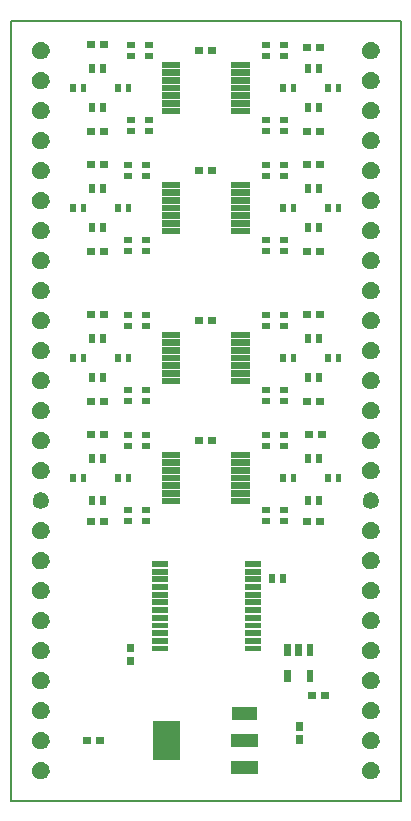
<source format=gbr>
G04 #@! TF.FileFunction,Soldermask,Top*
%FSLAX46Y46*%
G04 Gerber Fmt 4.6, Leading zero omitted, Abs format (unit mm)*
G04 Created by KiCad (PCBNEW 4.0.3+e1-6302~38~ubuntu14.04.1-stable) date Fri Aug 19 15:21:09 2016*
%MOMM*%
%LPD*%
G01*
G04 APERTURE LIST*
%ADD10C,0.100000*%
%ADD11C,0.150000*%
G04 APERTURE END LIST*
D10*
D11*
X106680000Y-119380000D02*
X106680000Y-53340000D01*
X139700000Y-119380000D02*
X106680000Y-119380000D01*
X139700000Y-53340000D02*
X139700000Y-119380000D01*
X106680000Y-53340000D02*
X139700000Y-53340000D01*
D10*
G36*
X109298702Y-116091198D02*
X109442646Y-116120745D01*
X109578110Y-116177689D01*
X109699932Y-116259860D01*
X109803477Y-116364130D01*
X109884793Y-116486520D01*
X109884794Y-116486523D01*
X109940791Y-116622380D01*
X109962561Y-116732326D01*
X109967263Y-116756070D01*
X109969333Y-116766527D01*
X109966989Y-116934367D01*
X109966949Y-116934543D01*
X109934434Y-117077661D01*
X109874665Y-117211904D01*
X109789963Y-117331976D01*
X109739421Y-117380106D01*
X109683548Y-117433314D01*
X109621512Y-117472683D01*
X109559477Y-117512052D01*
X109422477Y-117565190D01*
X109277762Y-117590708D01*
X109130850Y-117587630D01*
X108987337Y-117556077D01*
X108951240Y-117540306D01*
X108852678Y-117497246D01*
X108852675Y-117497244D01*
X108732012Y-117413382D01*
X108629935Y-117307678D01*
X108550335Y-117184162D01*
X108496242Y-117047538D01*
X108469715Y-116903004D01*
X108471766Y-116756070D01*
X108502318Y-116612337D01*
X108531262Y-116544807D01*
X108560206Y-116477275D01*
X108643225Y-116356028D01*
X108748214Y-116253216D01*
X108871172Y-116172754D01*
X108889052Y-116165530D01*
X109007417Y-116117707D01*
X109151761Y-116090172D01*
X109298702Y-116091198D01*
X109298702Y-116091198D01*
G37*
G36*
X137238702Y-116091198D02*
X137382646Y-116120745D01*
X137518110Y-116177689D01*
X137639932Y-116259860D01*
X137743477Y-116364130D01*
X137824793Y-116486520D01*
X137824794Y-116486523D01*
X137880791Y-116622380D01*
X137902561Y-116732326D01*
X137907263Y-116756070D01*
X137909333Y-116766527D01*
X137906989Y-116934367D01*
X137906949Y-116934543D01*
X137874434Y-117077661D01*
X137814665Y-117211904D01*
X137729963Y-117331976D01*
X137679421Y-117380106D01*
X137623548Y-117433314D01*
X137561512Y-117472683D01*
X137499477Y-117512052D01*
X137362477Y-117565190D01*
X137217762Y-117590708D01*
X137070850Y-117587630D01*
X136927337Y-117556077D01*
X136891240Y-117540306D01*
X136792678Y-117497246D01*
X136792675Y-117497244D01*
X136672012Y-117413382D01*
X136569935Y-117307678D01*
X136490335Y-117184162D01*
X136436242Y-117047538D01*
X136409715Y-116903004D01*
X136411766Y-116756070D01*
X136442318Y-116612337D01*
X136471262Y-116544807D01*
X136500206Y-116477275D01*
X136583225Y-116356028D01*
X136688214Y-116253216D01*
X136811172Y-116172754D01*
X136829052Y-116165530D01*
X136947417Y-116117707D01*
X137091761Y-116090172D01*
X137238702Y-116091198D01*
X137238702Y-116091198D01*
G37*
G36*
X127617800Y-117111800D02*
X125366200Y-117111800D01*
X125366200Y-116060200D01*
X127617800Y-116060200D01*
X127617800Y-117111800D01*
X127617800Y-117111800D01*
G37*
G36*
X121013800Y-115975800D02*
X118762200Y-115975800D01*
X118762200Y-112624200D01*
X121013800Y-112624200D01*
X121013800Y-115975800D01*
X121013800Y-115975800D01*
G37*
G36*
X137238702Y-113551198D02*
X137382646Y-113580745D01*
X137518110Y-113637689D01*
X137639932Y-113719860D01*
X137743477Y-113824130D01*
X137824793Y-113946520D01*
X137824794Y-113946523D01*
X137880791Y-114082380D01*
X137902561Y-114192326D01*
X137907263Y-114216070D01*
X137909333Y-114226527D01*
X137906989Y-114394367D01*
X137906949Y-114394543D01*
X137874434Y-114537661D01*
X137814665Y-114671904D01*
X137729963Y-114791976D01*
X137694444Y-114825800D01*
X137623548Y-114893314D01*
X137561513Y-114932682D01*
X137499477Y-114972052D01*
X137362477Y-115025190D01*
X137217762Y-115050708D01*
X137070850Y-115047630D01*
X136927337Y-115016077D01*
X136891240Y-115000306D01*
X136792678Y-114957246D01*
X136792675Y-114957244D01*
X136672012Y-114873382D01*
X136569935Y-114767678D01*
X136490335Y-114644162D01*
X136436242Y-114507538D01*
X136409715Y-114363004D01*
X136411766Y-114216070D01*
X136442318Y-114072337D01*
X136473665Y-113999200D01*
X136500206Y-113937275D01*
X136583225Y-113816028D01*
X136688214Y-113713216D01*
X136811172Y-113632754D01*
X136829052Y-113625530D01*
X136947417Y-113577707D01*
X137091761Y-113550172D01*
X137238702Y-113551198D01*
X137238702Y-113551198D01*
G37*
G36*
X109298702Y-113551198D02*
X109442646Y-113580745D01*
X109578110Y-113637689D01*
X109699932Y-113719860D01*
X109803477Y-113824130D01*
X109884793Y-113946520D01*
X109884794Y-113946523D01*
X109940791Y-114082380D01*
X109962561Y-114192326D01*
X109967263Y-114216070D01*
X109969333Y-114226527D01*
X109966989Y-114394367D01*
X109966949Y-114394543D01*
X109934434Y-114537661D01*
X109874665Y-114671904D01*
X109789963Y-114791976D01*
X109754444Y-114825800D01*
X109683548Y-114893314D01*
X109621513Y-114932682D01*
X109559477Y-114972052D01*
X109422477Y-115025190D01*
X109277762Y-115050708D01*
X109130850Y-115047630D01*
X108987337Y-115016077D01*
X108951240Y-115000306D01*
X108852678Y-114957246D01*
X108852675Y-114957244D01*
X108732012Y-114873382D01*
X108629935Y-114767678D01*
X108550335Y-114644162D01*
X108496242Y-114507538D01*
X108469715Y-114363004D01*
X108471766Y-114216070D01*
X108502318Y-114072337D01*
X108533665Y-113999200D01*
X108560206Y-113937275D01*
X108643225Y-113816028D01*
X108748214Y-113713216D01*
X108871172Y-113632754D01*
X108889052Y-113625530D01*
X109007417Y-113577707D01*
X109151761Y-113550172D01*
X109298702Y-113551198D01*
X109298702Y-113551198D01*
G37*
G36*
X127617800Y-114825800D02*
X125366200Y-114825800D01*
X125366200Y-113774200D01*
X127617800Y-113774200D01*
X127617800Y-114825800D01*
X127617800Y-114825800D01*
G37*
G36*
X113465800Y-114600800D02*
X112764200Y-114600800D01*
X112764200Y-113999200D01*
X113465800Y-113999200D01*
X113465800Y-114600800D01*
X113465800Y-114600800D01*
G37*
G36*
X114565800Y-114600800D02*
X113864200Y-114600800D01*
X113864200Y-113999200D01*
X114565800Y-113999200D01*
X114565800Y-114600800D01*
X114565800Y-114600800D01*
G37*
G36*
X131428300Y-114565800D02*
X130826700Y-114565800D01*
X130826700Y-113864200D01*
X131428300Y-113864200D01*
X131428300Y-114565800D01*
X131428300Y-114565800D01*
G37*
G36*
X131428300Y-113465800D02*
X130826700Y-113465800D01*
X130826700Y-112764200D01*
X131428300Y-112764200D01*
X131428300Y-113465800D01*
X131428300Y-113465800D01*
G37*
G36*
X127558800Y-112572800D02*
X125425200Y-112572800D01*
X125425200Y-111455200D01*
X127558800Y-111455200D01*
X127558800Y-112572800D01*
X127558800Y-112572800D01*
G37*
G36*
X137238702Y-111011198D02*
X137382646Y-111040745D01*
X137518110Y-111097689D01*
X137639932Y-111179860D01*
X137743477Y-111284130D01*
X137824793Y-111406520D01*
X137824794Y-111406523D01*
X137880791Y-111542380D01*
X137902561Y-111652326D01*
X137907263Y-111676070D01*
X137909333Y-111686527D01*
X137906989Y-111854367D01*
X137906949Y-111854543D01*
X137874434Y-111997661D01*
X137814665Y-112131904D01*
X137729963Y-112251976D01*
X137679421Y-112300107D01*
X137623548Y-112353314D01*
X137561513Y-112392682D01*
X137499477Y-112432052D01*
X137362477Y-112485190D01*
X137217762Y-112510708D01*
X137070850Y-112507630D01*
X136927337Y-112476077D01*
X136891240Y-112460306D01*
X136792678Y-112417246D01*
X136792675Y-112417244D01*
X136672012Y-112333382D01*
X136569935Y-112227678D01*
X136490335Y-112104162D01*
X136436242Y-111967538D01*
X136409715Y-111823004D01*
X136411766Y-111676070D01*
X136442318Y-111532337D01*
X136475379Y-111455200D01*
X136500206Y-111397275D01*
X136583225Y-111276028D01*
X136688214Y-111173216D01*
X136811172Y-111092754D01*
X136829052Y-111085530D01*
X136947417Y-111037707D01*
X137091761Y-111010172D01*
X137238702Y-111011198D01*
X137238702Y-111011198D01*
G37*
G36*
X109298702Y-111011198D02*
X109442646Y-111040745D01*
X109578110Y-111097689D01*
X109699932Y-111179860D01*
X109803477Y-111284130D01*
X109884793Y-111406520D01*
X109884794Y-111406523D01*
X109940791Y-111542380D01*
X109962561Y-111652326D01*
X109967263Y-111676070D01*
X109969333Y-111686527D01*
X109966989Y-111854367D01*
X109966949Y-111854543D01*
X109934434Y-111997661D01*
X109874665Y-112131904D01*
X109789963Y-112251976D01*
X109739421Y-112300107D01*
X109683548Y-112353314D01*
X109621513Y-112392682D01*
X109559477Y-112432052D01*
X109422477Y-112485190D01*
X109277762Y-112510708D01*
X109130850Y-112507630D01*
X108987337Y-112476077D01*
X108951240Y-112460306D01*
X108852678Y-112417246D01*
X108852675Y-112417244D01*
X108732012Y-112333382D01*
X108629935Y-112227678D01*
X108550335Y-112104162D01*
X108496242Y-111967538D01*
X108469715Y-111823004D01*
X108471766Y-111676070D01*
X108502318Y-111532337D01*
X108535379Y-111455200D01*
X108560206Y-111397275D01*
X108643225Y-111276028D01*
X108748214Y-111173216D01*
X108871172Y-111092754D01*
X108889052Y-111085530D01*
X109007417Y-111037707D01*
X109151761Y-111010172D01*
X109298702Y-111011198D01*
X109298702Y-111011198D01*
G37*
G36*
X132515800Y-110790800D02*
X131814200Y-110790800D01*
X131814200Y-110189200D01*
X132515800Y-110189200D01*
X132515800Y-110790800D01*
X132515800Y-110790800D01*
G37*
G36*
X133615800Y-110790800D02*
X132914200Y-110790800D01*
X132914200Y-110189200D01*
X133615800Y-110189200D01*
X133615800Y-110790800D01*
X133615800Y-110790800D01*
G37*
G36*
X137238702Y-108471198D02*
X137382646Y-108500745D01*
X137518110Y-108557689D01*
X137639932Y-108639860D01*
X137743477Y-108744130D01*
X137824793Y-108866520D01*
X137824794Y-108866523D01*
X137880791Y-109002380D01*
X137902561Y-109112326D01*
X137907263Y-109136070D01*
X137909333Y-109146527D01*
X137906989Y-109314367D01*
X137906949Y-109314543D01*
X137874434Y-109457661D01*
X137814665Y-109591904D01*
X137729963Y-109711976D01*
X137679421Y-109760106D01*
X137623548Y-109813314D01*
X137561513Y-109852682D01*
X137499477Y-109892052D01*
X137362477Y-109945190D01*
X137217762Y-109970708D01*
X137070850Y-109967630D01*
X136927337Y-109936077D01*
X136891240Y-109920306D01*
X136792678Y-109877246D01*
X136792675Y-109877244D01*
X136672012Y-109793382D01*
X136569935Y-109687678D01*
X136490335Y-109564162D01*
X136436242Y-109427538D01*
X136409715Y-109283004D01*
X136411766Y-109136070D01*
X136442318Y-108992337D01*
X136500206Y-108857275D01*
X136583225Y-108736028D01*
X136688214Y-108633216D01*
X136811172Y-108552754D01*
X136829052Y-108545530D01*
X136947417Y-108497707D01*
X137091761Y-108470172D01*
X137238702Y-108471198D01*
X137238702Y-108471198D01*
G37*
G36*
X109298702Y-108471198D02*
X109442646Y-108500745D01*
X109578110Y-108557689D01*
X109699932Y-108639860D01*
X109803477Y-108744130D01*
X109884793Y-108866520D01*
X109884794Y-108866523D01*
X109940791Y-109002380D01*
X109962561Y-109112326D01*
X109967263Y-109136070D01*
X109969333Y-109146527D01*
X109966989Y-109314367D01*
X109966949Y-109314543D01*
X109934434Y-109457661D01*
X109874665Y-109591904D01*
X109789963Y-109711976D01*
X109739421Y-109760106D01*
X109683548Y-109813314D01*
X109621513Y-109852682D01*
X109559477Y-109892052D01*
X109422477Y-109945190D01*
X109277762Y-109970708D01*
X109130850Y-109967630D01*
X108987337Y-109936077D01*
X108951240Y-109920306D01*
X108852678Y-109877246D01*
X108852675Y-109877244D01*
X108732012Y-109793382D01*
X108629935Y-109687678D01*
X108550335Y-109564162D01*
X108496242Y-109427538D01*
X108469715Y-109283004D01*
X108471766Y-109136070D01*
X108502318Y-108992337D01*
X108560206Y-108857275D01*
X108643225Y-108736028D01*
X108748214Y-108633216D01*
X108871172Y-108552754D01*
X108889052Y-108545530D01*
X109007417Y-108497707D01*
X109151761Y-108470172D01*
X109298702Y-108471198D01*
X109298702Y-108471198D01*
G37*
G36*
X130389800Y-109345800D02*
X129838200Y-109345800D01*
X129838200Y-108294200D01*
X130389800Y-108294200D01*
X130389800Y-109345800D01*
X130389800Y-109345800D01*
G37*
G36*
X132289800Y-109345800D02*
X131738200Y-109345800D01*
X131738200Y-108294200D01*
X132289800Y-108294200D01*
X132289800Y-109345800D01*
X132289800Y-109345800D01*
G37*
G36*
X117140800Y-107898300D02*
X116539200Y-107898300D01*
X116539200Y-107196700D01*
X117140800Y-107196700D01*
X117140800Y-107898300D01*
X117140800Y-107898300D01*
G37*
G36*
X137238702Y-105931198D02*
X137382646Y-105960745D01*
X137518110Y-106017689D01*
X137639932Y-106099860D01*
X137743477Y-106204130D01*
X137824793Y-106326520D01*
X137824794Y-106326523D01*
X137880791Y-106462380D01*
X137902561Y-106572326D01*
X137907263Y-106596070D01*
X137909333Y-106606527D01*
X137906989Y-106774367D01*
X137906949Y-106774543D01*
X137874434Y-106917661D01*
X137814665Y-107051904D01*
X137729963Y-107171976D01*
X137704000Y-107196700D01*
X137623548Y-107273314D01*
X137561512Y-107312683D01*
X137499477Y-107352052D01*
X137362477Y-107405190D01*
X137217762Y-107430708D01*
X137070850Y-107427630D01*
X136927337Y-107396077D01*
X136891240Y-107380306D01*
X136792678Y-107337246D01*
X136792675Y-107337244D01*
X136672012Y-107253382D01*
X136569935Y-107147678D01*
X136490335Y-107024162D01*
X136436242Y-106887538D01*
X136409715Y-106743004D01*
X136411766Y-106596070D01*
X136442318Y-106452337D01*
X136500206Y-106317275D01*
X136583225Y-106196028D01*
X136688214Y-106093216D01*
X136811172Y-106012754D01*
X136829052Y-106005530D01*
X136947417Y-105957707D01*
X137091761Y-105930172D01*
X137238702Y-105931198D01*
X137238702Y-105931198D01*
G37*
G36*
X109298702Y-105931198D02*
X109442646Y-105960745D01*
X109578110Y-106017689D01*
X109699932Y-106099860D01*
X109803477Y-106204130D01*
X109884793Y-106326520D01*
X109884794Y-106326523D01*
X109940791Y-106462380D01*
X109962561Y-106572326D01*
X109967263Y-106596070D01*
X109969333Y-106606527D01*
X109966989Y-106774367D01*
X109966949Y-106774543D01*
X109934434Y-106917661D01*
X109874665Y-107051904D01*
X109789963Y-107171976D01*
X109764000Y-107196700D01*
X109683548Y-107273314D01*
X109621512Y-107312683D01*
X109559477Y-107352052D01*
X109422477Y-107405190D01*
X109277762Y-107430708D01*
X109130850Y-107427630D01*
X108987337Y-107396077D01*
X108951240Y-107380306D01*
X108852678Y-107337246D01*
X108852675Y-107337244D01*
X108732012Y-107253382D01*
X108629935Y-107147678D01*
X108550335Y-107024162D01*
X108496242Y-106887538D01*
X108469715Y-106743004D01*
X108471766Y-106596070D01*
X108502318Y-106452337D01*
X108560206Y-106317275D01*
X108643225Y-106196028D01*
X108748214Y-106093216D01*
X108871172Y-106012754D01*
X108889052Y-106005530D01*
X109007417Y-105957707D01*
X109151761Y-105930172D01*
X109298702Y-105931198D01*
X109298702Y-105931198D01*
G37*
G36*
X130389800Y-107145800D02*
X129838200Y-107145800D01*
X129838200Y-106094200D01*
X130389800Y-106094200D01*
X130389800Y-107145800D01*
X130389800Y-107145800D01*
G37*
G36*
X131339800Y-107145800D02*
X130788200Y-107145800D01*
X130788200Y-106094200D01*
X131339800Y-106094200D01*
X131339800Y-107145800D01*
X131339800Y-107145800D01*
G37*
G36*
X132289800Y-107145800D02*
X131738200Y-107145800D01*
X131738200Y-106094200D01*
X132289800Y-106094200D01*
X132289800Y-107145800D01*
X132289800Y-107145800D01*
G37*
G36*
X117140800Y-106798300D02*
X116539200Y-106798300D01*
X116539200Y-106096700D01*
X117140800Y-106096700D01*
X117140800Y-106798300D01*
X117140800Y-106798300D01*
G37*
G36*
X127835800Y-106755800D02*
X126484200Y-106755800D01*
X126484200Y-106254200D01*
X127835800Y-106254200D01*
X127835800Y-106755800D01*
X127835800Y-106755800D01*
G37*
G36*
X120035800Y-106755800D02*
X118684200Y-106755800D01*
X118684200Y-106254200D01*
X120035800Y-106254200D01*
X120035800Y-106755800D01*
X120035800Y-106755800D01*
G37*
G36*
X127835800Y-106105800D02*
X126484200Y-106105800D01*
X126484200Y-105604200D01*
X127835800Y-105604200D01*
X127835800Y-106105800D01*
X127835800Y-106105800D01*
G37*
G36*
X120035800Y-106105800D02*
X118684200Y-106105800D01*
X118684200Y-105604200D01*
X120035800Y-105604200D01*
X120035800Y-106105800D01*
X120035800Y-106105800D01*
G37*
G36*
X120035800Y-105455800D02*
X118684200Y-105455800D01*
X118684200Y-104954200D01*
X120035800Y-104954200D01*
X120035800Y-105455800D01*
X120035800Y-105455800D01*
G37*
G36*
X127835800Y-105455800D02*
X126484200Y-105455800D01*
X126484200Y-104954200D01*
X127835800Y-104954200D01*
X127835800Y-105455800D01*
X127835800Y-105455800D01*
G37*
G36*
X109298702Y-103391198D02*
X109442646Y-103420745D01*
X109578110Y-103477689D01*
X109699932Y-103559860D01*
X109803477Y-103664130D01*
X109884793Y-103786520D01*
X109884794Y-103786523D01*
X109940791Y-103922380D01*
X109962561Y-104032326D01*
X109967263Y-104056070D01*
X109969333Y-104066527D01*
X109966989Y-104234367D01*
X109966949Y-104234543D01*
X109934434Y-104377661D01*
X109874665Y-104511904D01*
X109789963Y-104631976D01*
X109739421Y-104680107D01*
X109683548Y-104733314D01*
X109621512Y-104772683D01*
X109559477Y-104812052D01*
X109422477Y-104865190D01*
X109277762Y-104890708D01*
X109130850Y-104887630D01*
X108987337Y-104856077D01*
X108951240Y-104840306D01*
X108852678Y-104797246D01*
X108852675Y-104797244D01*
X108732012Y-104713382D01*
X108629935Y-104607678D01*
X108550335Y-104484162D01*
X108496242Y-104347538D01*
X108469715Y-104203004D01*
X108471766Y-104056070D01*
X108502318Y-103912337D01*
X108531262Y-103844807D01*
X108560206Y-103777275D01*
X108643225Y-103656028D01*
X108748214Y-103553216D01*
X108871172Y-103472754D01*
X108889052Y-103465530D01*
X109007417Y-103417707D01*
X109151761Y-103390172D01*
X109298702Y-103391198D01*
X109298702Y-103391198D01*
G37*
G36*
X137238702Y-103391198D02*
X137382646Y-103420745D01*
X137518110Y-103477689D01*
X137639932Y-103559860D01*
X137743477Y-103664130D01*
X137824793Y-103786520D01*
X137824794Y-103786523D01*
X137880791Y-103922380D01*
X137902561Y-104032326D01*
X137907263Y-104056070D01*
X137909333Y-104066527D01*
X137906989Y-104234367D01*
X137906949Y-104234543D01*
X137874434Y-104377661D01*
X137814665Y-104511904D01*
X137729963Y-104631976D01*
X137679421Y-104680107D01*
X137623548Y-104733314D01*
X137561512Y-104772683D01*
X137499477Y-104812052D01*
X137362477Y-104865190D01*
X137217762Y-104890708D01*
X137070850Y-104887630D01*
X136927337Y-104856077D01*
X136891240Y-104840306D01*
X136792678Y-104797246D01*
X136792675Y-104797244D01*
X136672012Y-104713382D01*
X136569935Y-104607678D01*
X136490335Y-104484162D01*
X136436242Y-104347538D01*
X136409715Y-104203004D01*
X136411766Y-104056070D01*
X136442318Y-103912337D01*
X136471262Y-103844807D01*
X136500206Y-103777275D01*
X136583225Y-103656028D01*
X136688214Y-103553216D01*
X136811172Y-103472754D01*
X136829052Y-103465530D01*
X136947417Y-103417707D01*
X137091761Y-103390172D01*
X137238702Y-103391198D01*
X137238702Y-103391198D01*
G37*
G36*
X127835800Y-104805800D02*
X126484200Y-104805800D01*
X126484200Y-104304200D01*
X127835800Y-104304200D01*
X127835800Y-104805800D01*
X127835800Y-104805800D01*
G37*
G36*
X120035800Y-104805800D02*
X118684200Y-104805800D01*
X118684200Y-104304200D01*
X120035800Y-104304200D01*
X120035800Y-104805800D01*
X120035800Y-104805800D01*
G37*
G36*
X127835800Y-104155800D02*
X126484200Y-104155800D01*
X126484200Y-103654200D01*
X127835800Y-103654200D01*
X127835800Y-104155800D01*
X127835800Y-104155800D01*
G37*
G36*
X120035800Y-104155800D02*
X118684200Y-104155800D01*
X118684200Y-103654200D01*
X120035800Y-103654200D01*
X120035800Y-104155800D01*
X120035800Y-104155800D01*
G37*
G36*
X127835800Y-103505800D02*
X126484200Y-103505800D01*
X126484200Y-103004200D01*
X127835800Y-103004200D01*
X127835800Y-103505800D01*
X127835800Y-103505800D01*
G37*
G36*
X120035800Y-103505800D02*
X118684200Y-103505800D01*
X118684200Y-103004200D01*
X120035800Y-103004200D01*
X120035800Y-103505800D01*
X120035800Y-103505800D01*
G37*
G36*
X120035800Y-102855800D02*
X118684200Y-102855800D01*
X118684200Y-102354200D01*
X120035800Y-102354200D01*
X120035800Y-102855800D01*
X120035800Y-102855800D01*
G37*
G36*
X127835800Y-102855800D02*
X126484200Y-102855800D01*
X126484200Y-102354200D01*
X127835800Y-102354200D01*
X127835800Y-102855800D01*
X127835800Y-102855800D01*
G37*
G36*
X109298702Y-100851198D02*
X109442646Y-100880745D01*
X109578110Y-100937689D01*
X109699932Y-101019860D01*
X109803477Y-101124130D01*
X109884793Y-101246520D01*
X109884794Y-101246523D01*
X109940791Y-101382380D01*
X109962561Y-101492326D01*
X109967263Y-101516070D01*
X109969333Y-101526527D01*
X109966989Y-101694367D01*
X109966949Y-101694543D01*
X109934434Y-101837661D01*
X109874665Y-101971904D01*
X109789963Y-102091976D01*
X109739421Y-102140107D01*
X109683548Y-102193314D01*
X109621513Y-102232682D01*
X109559477Y-102272052D01*
X109422477Y-102325190D01*
X109277762Y-102350708D01*
X109130850Y-102347630D01*
X108987337Y-102316077D01*
X108951240Y-102300306D01*
X108852678Y-102257246D01*
X108852675Y-102257244D01*
X108732012Y-102173382D01*
X108629935Y-102067678D01*
X108550335Y-101944162D01*
X108496242Y-101807538D01*
X108469715Y-101663004D01*
X108471766Y-101516070D01*
X108502318Y-101372337D01*
X108560206Y-101237275D01*
X108643225Y-101116028D01*
X108748214Y-101013216D01*
X108871172Y-100932754D01*
X108889052Y-100925530D01*
X109007417Y-100877707D01*
X109151761Y-100850172D01*
X109298702Y-100851198D01*
X109298702Y-100851198D01*
G37*
G36*
X137238702Y-100851198D02*
X137382646Y-100880745D01*
X137518110Y-100937689D01*
X137639932Y-101019860D01*
X137743477Y-101124130D01*
X137824793Y-101246520D01*
X137824794Y-101246523D01*
X137880791Y-101382380D01*
X137902561Y-101492326D01*
X137907263Y-101516070D01*
X137909333Y-101526527D01*
X137906989Y-101694367D01*
X137906949Y-101694543D01*
X137874434Y-101837661D01*
X137814665Y-101971904D01*
X137729963Y-102091976D01*
X137679421Y-102140107D01*
X137623548Y-102193314D01*
X137561513Y-102232682D01*
X137499477Y-102272052D01*
X137362477Y-102325190D01*
X137217762Y-102350708D01*
X137070850Y-102347630D01*
X136927337Y-102316077D01*
X136891240Y-102300306D01*
X136792678Y-102257246D01*
X136792675Y-102257244D01*
X136672012Y-102173382D01*
X136569935Y-102067678D01*
X136490335Y-101944162D01*
X136436242Y-101807538D01*
X136409715Y-101663004D01*
X136411766Y-101516070D01*
X136442318Y-101372337D01*
X136500206Y-101237275D01*
X136583225Y-101116028D01*
X136688214Y-101013216D01*
X136811172Y-100932754D01*
X136829052Y-100925530D01*
X136947417Y-100877707D01*
X137091761Y-100850172D01*
X137238702Y-100851198D01*
X137238702Y-100851198D01*
G37*
G36*
X120035800Y-102205800D02*
X118684200Y-102205800D01*
X118684200Y-101704200D01*
X120035800Y-101704200D01*
X120035800Y-102205800D01*
X120035800Y-102205800D01*
G37*
G36*
X127835800Y-102205800D02*
X126484200Y-102205800D01*
X126484200Y-101704200D01*
X127835800Y-101704200D01*
X127835800Y-102205800D01*
X127835800Y-102205800D01*
G37*
G36*
X120035800Y-101555800D02*
X118684200Y-101555800D01*
X118684200Y-101054200D01*
X120035800Y-101054200D01*
X120035800Y-101555800D01*
X120035800Y-101555800D01*
G37*
G36*
X127835800Y-101555800D02*
X126484200Y-101555800D01*
X126484200Y-101054200D01*
X127835800Y-101054200D01*
X127835800Y-101555800D01*
X127835800Y-101555800D01*
G37*
G36*
X129086800Y-100934800D02*
X128585200Y-100934800D01*
X128585200Y-100233200D01*
X129086800Y-100233200D01*
X129086800Y-100934800D01*
X129086800Y-100934800D01*
G37*
G36*
X129986800Y-100934800D02*
X129485200Y-100934800D01*
X129485200Y-100233200D01*
X129986800Y-100233200D01*
X129986800Y-100934800D01*
X129986800Y-100934800D01*
G37*
G36*
X120035800Y-100905800D02*
X118684200Y-100905800D01*
X118684200Y-100404200D01*
X120035800Y-100404200D01*
X120035800Y-100905800D01*
X120035800Y-100905800D01*
G37*
G36*
X127835800Y-100905800D02*
X126484200Y-100905800D01*
X126484200Y-100404200D01*
X127835800Y-100404200D01*
X127835800Y-100905800D01*
X127835800Y-100905800D01*
G37*
G36*
X127835800Y-100255800D02*
X126484200Y-100255800D01*
X126484200Y-99754200D01*
X127835800Y-99754200D01*
X127835800Y-100255800D01*
X127835800Y-100255800D01*
G37*
G36*
X120035800Y-100255800D02*
X118684200Y-100255800D01*
X118684200Y-99754200D01*
X120035800Y-99754200D01*
X120035800Y-100255800D01*
X120035800Y-100255800D01*
G37*
G36*
X109298702Y-98311198D02*
X109442646Y-98340745D01*
X109578110Y-98397689D01*
X109699932Y-98479860D01*
X109803477Y-98584130D01*
X109884793Y-98706520D01*
X109884794Y-98706523D01*
X109940791Y-98842380D01*
X109962561Y-98952326D01*
X109967263Y-98976070D01*
X109969333Y-98986527D01*
X109966989Y-99154367D01*
X109966949Y-99154543D01*
X109934434Y-99297661D01*
X109874665Y-99431904D01*
X109789963Y-99551976D01*
X109739421Y-99600106D01*
X109683548Y-99653314D01*
X109621513Y-99692682D01*
X109559477Y-99732052D01*
X109422477Y-99785190D01*
X109277762Y-99810708D01*
X109130850Y-99807630D01*
X108987337Y-99776077D01*
X108937263Y-99754200D01*
X108852678Y-99717246D01*
X108852675Y-99717244D01*
X108732012Y-99633382D01*
X108629935Y-99527678D01*
X108550335Y-99404162D01*
X108496242Y-99267538D01*
X108469715Y-99123004D01*
X108471766Y-98976070D01*
X108502318Y-98832337D01*
X108560206Y-98697275D01*
X108643225Y-98576028D01*
X108748214Y-98473216D01*
X108871172Y-98392754D01*
X108889052Y-98385530D01*
X109007417Y-98337707D01*
X109151761Y-98310172D01*
X109298702Y-98311198D01*
X109298702Y-98311198D01*
G37*
G36*
X137238702Y-98311198D02*
X137382646Y-98340745D01*
X137518110Y-98397689D01*
X137639932Y-98479860D01*
X137743477Y-98584130D01*
X137824793Y-98706520D01*
X137824794Y-98706523D01*
X137880791Y-98842380D01*
X137902561Y-98952326D01*
X137907263Y-98976070D01*
X137909333Y-98986527D01*
X137906989Y-99154367D01*
X137906949Y-99154543D01*
X137874434Y-99297661D01*
X137814665Y-99431904D01*
X137729963Y-99551976D01*
X137679421Y-99600106D01*
X137623548Y-99653314D01*
X137561513Y-99692682D01*
X137499477Y-99732052D01*
X137362477Y-99785190D01*
X137217762Y-99810708D01*
X137070850Y-99807630D01*
X136927337Y-99776077D01*
X136877263Y-99754200D01*
X136792678Y-99717246D01*
X136792675Y-99717244D01*
X136672012Y-99633382D01*
X136569935Y-99527678D01*
X136490335Y-99404162D01*
X136436242Y-99267538D01*
X136409715Y-99123004D01*
X136411766Y-98976070D01*
X136442318Y-98832337D01*
X136500206Y-98697275D01*
X136583225Y-98576028D01*
X136688214Y-98473216D01*
X136811172Y-98392754D01*
X136829052Y-98385530D01*
X136947417Y-98337707D01*
X137091761Y-98310172D01*
X137238702Y-98311198D01*
X137238702Y-98311198D01*
G37*
G36*
X127835800Y-99605800D02*
X126484200Y-99605800D01*
X126484200Y-99104200D01*
X127835800Y-99104200D01*
X127835800Y-99605800D01*
X127835800Y-99605800D01*
G37*
G36*
X120035800Y-99605800D02*
X118684200Y-99605800D01*
X118684200Y-99104200D01*
X120035800Y-99104200D01*
X120035800Y-99605800D01*
X120035800Y-99605800D01*
G37*
G36*
X137238702Y-95771198D02*
X137382646Y-95800745D01*
X137518110Y-95857689D01*
X137639932Y-95939860D01*
X137743477Y-96044130D01*
X137824793Y-96166520D01*
X137824794Y-96166523D01*
X137880791Y-96302380D01*
X137902561Y-96412326D01*
X137907263Y-96436070D01*
X137909333Y-96446527D01*
X137906989Y-96614367D01*
X137906949Y-96614543D01*
X137874434Y-96757661D01*
X137814665Y-96891904D01*
X137729963Y-97011976D01*
X137679421Y-97060106D01*
X137623548Y-97113314D01*
X137561512Y-97152683D01*
X137499477Y-97192052D01*
X137362477Y-97245190D01*
X137217762Y-97270708D01*
X137070850Y-97267630D01*
X136927337Y-97236077D01*
X136891240Y-97220306D01*
X136792678Y-97177246D01*
X136792675Y-97177244D01*
X136672012Y-97093382D01*
X136569935Y-96987678D01*
X136490335Y-96864162D01*
X136436242Y-96727538D01*
X136409715Y-96583004D01*
X136411766Y-96436070D01*
X136442318Y-96292337D01*
X136471262Y-96224807D01*
X136500206Y-96157275D01*
X136583225Y-96036028D01*
X136688214Y-95933216D01*
X136811172Y-95852754D01*
X136829052Y-95845530D01*
X136947417Y-95797707D01*
X137091761Y-95770172D01*
X137238702Y-95771198D01*
X137238702Y-95771198D01*
G37*
G36*
X109298702Y-95771198D02*
X109442646Y-95800745D01*
X109578110Y-95857689D01*
X109699932Y-95939860D01*
X109803477Y-96044130D01*
X109884793Y-96166520D01*
X109884794Y-96166523D01*
X109940791Y-96302380D01*
X109962561Y-96412326D01*
X109967263Y-96436070D01*
X109969333Y-96446527D01*
X109966989Y-96614367D01*
X109966949Y-96614543D01*
X109934434Y-96757661D01*
X109874665Y-96891904D01*
X109789963Y-97011976D01*
X109739421Y-97060106D01*
X109683548Y-97113314D01*
X109621513Y-97152682D01*
X109559477Y-97192052D01*
X109422477Y-97245190D01*
X109277762Y-97270708D01*
X109130850Y-97267630D01*
X108987337Y-97236077D01*
X108951240Y-97220306D01*
X108852678Y-97177246D01*
X108852675Y-97177244D01*
X108732012Y-97093382D01*
X108629935Y-96987678D01*
X108550335Y-96864162D01*
X108496242Y-96727538D01*
X108469715Y-96583004D01*
X108471766Y-96436070D01*
X108502318Y-96292337D01*
X108531262Y-96224807D01*
X108560206Y-96157275D01*
X108643225Y-96036028D01*
X108748214Y-95933216D01*
X108871172Y-95852754D01*
X108889052Y-95845530D01*
X109007417Y-95797707D01*
X109151761Y-95770172D01*
X109298702Y-95771198D01*
X109298702Y-95771198D01*
G37*
G36*
X114946800Y-96058800D02*
X114245200Y-96058800D01*
X114245200Y-95457200D01*
X114946800Y-95457200D01*
X114946800Y-96058800D01*
X114946800Y-96058800D01*
G37*
G36*
X133234800Y-96058800D02*
X132533200Y-96058800D01*
X132533200Y-95457200D01*
X133234800Y-95457200D01*
X133234800Y-96058800D01*
X133234800Y-96058800D01*
G37*
G36*
X113846800Y-96058800D02*
X113145200Y-96058800D01*
X113145200Y-95457200D01*
X113846800Y-95457200D01*
X113846800Y-96058800D01*
X113846800Y-96058800D01*
G37*
G36*
X132134800Y-96058800D02*
X131433200Y-96058800D01*
X131433200Y-95457200D01*
X132134800Y-95457200D01*
X132134800Y-96058800D01*
X132134800Y-96058800D01*
G37*
G36*
X130144800Y-95950800D02*
X129443200Y-95950800D01*
X129443200Y-95449200D01*
X130144800Y-95449200D01*
X130144800Y-95950800D01*
X130144800Y-95950800D01*
G37*
G36*
X118460800Y-95950800D02*
X117759200Y-95950800D01*
X117759200Y-95449200D01*
X118460800Y-95449200D01*
X118460800Y-95950800D01*
X118460800Y-95950800D01*
G37*
G36*
X116936800Y-95950800D02*
X116235200Y-95950800D01*
X116235200Y-95449200D01*
X116936800Y-95449200D01*
X116936800Y-95950800D01*
X116936800Y-95950800D01*
G37*
G36*
X128620800Y-95950800D02*
X127919200Y-95950800D01*
X127919200Y-95449200D01*
X128620800Y-95449200D01*
X128620800Y-95950800D01*
X128620800Y-95950800D01*
G37*
G36*
X128620800Y-95050800D02*
X127919200Y-95050800D01*
X127919200Y-94549200D01*
X128620800Y-94549200D01*
X128620800Y-95050800D01*
X128620800Y-95050800D01*
G37*
G36*
X130144800Y-95050800D02*
X129443200Y-95050800D01*
X129443200Y-94549200D01*
X130144800Y-94549200D01*
X130144800Y-95050800D01*
X130144800Y-95050800D01*
G37*
G36*
X118460800Y-95050800D02*
X117759200Y-95050800D01*
X117759200Y-94549200D01*
X118460800Y-94549200D01*
X118460800Y-95050800D01*
X118460800Y-95050800D01*
G37*
G36*
X116936800Y-95050800D02*
X116235200Y-95050800D01*
X116235200Y-94549200D01*
X116936800Y-94549200D01*
X116936800Y-95050800D01*
X116936800Y-95050800D01*
G37*
G36*
X137232032Y-93294656D02*
X137363778Y-93321699D01*
X137487762Y-93373817D01*
X137599260Y-93449024D01*
X137694030Y-93544458D01*
X137768458Y-93656479D01*
X137819708Y-93780822D01*
X137845795Y-93912574D01*
X137845795Y-93912582D01*
X137845829Y-93912754D01*
X137843684Y-94066369D01*
X137843645Y-94066540D01*
X137843645Y-94066546D01*
X137813889Y-94197521D01*
X137759185Y-94320387D01*
X137681662Y-94430283D01*
X137584265Y-94523033D01*
X137470708Y-94595098D01*
X137345318Y-94643733D01*
X137212867Y-94667089D01*
X137078405Y-94664272D01*
X136947055Y-94635393D01*
X136823803Y-94581546D01*
X136713367Y-94504790D01*
X136619941Y-94408045D01*
X136547086Y-94294996D01*
X136497577Y-94169951D01*
X136473298Y-94037666D01*
X136475176Y-93903183D01*
X136503138Y-93771630D01*
X136556120Y-93648015D01*
X136632104Y-93537043D01*
X136728195Y-93442944D01*
X136840736Y-93369299D01*
X136965431Y-93318919D01*
X137097545Y-93293716D01*
X137232032Y-93294656D01*
X137232032Y-93294656D01*
G37*
G36*
X109292032Y-93294656D02*
X109423778Y-93321699D01*
X109547762Y-93373817D01*
X109659260Y-93449024D01*
X109754030Y-93544458D01*
X109828458Y-93656479D01*
X109879708Y-93780822D01*
X109905795Y-93912574D01*
X109905795Y-93912582D01*
X109905829Y-93912754D01*
X109903684Y-94066369D01*
X109903645Y-94066540D01*
X109903645Y-94066546D01*
X109873889Y-94197521D01*
X109819185Y-94320387D01*
X109741662Y-94430283D01*
X109644265Y-94523033D01*
X109530708Y-94595098D01*
X109405318Y-94643733D01*
X109272867Y-94667089D01*
X109138405Y-94664272D01*
X109007055Y-94635393D01*
X108883803Y-94581546D01*
X108773367Y-94504790D01*
X108679941Y-94408045D01*
X108607086Y-94294996D01*
X108557577Y-94169951D01*
X108533298Y-94037666D01*
X108535176Y-93903183D01*
X108563138Y-93771630D01*
X108616120Y-93648015D01*
X108692104Y-93537043D01*
X108788195Y-93442944D01*
X108900736Y-93369299D01*
X109025431Y-93318919D01*
X109157545Y-93293716D01*
X109292032Y-93294656D01*
X109292032Y-93294656D01*
G37*
G36*
X113846800Y-94330800D02*
X113345200Y-94330800D01*
X113345200Y-93629200D01*
X113846800Y-93629200D01*
X113846800Y-94330800D01*
X113846800Y-94330800D01*
G37*
G36*
X133034800Y-94330800D02*
X132533200Y-94330800D01*
X132533200Y-93629200D01*
X133034800Y-93629200D01*
X133034800Y-94330800D01*
X133034800Y-94330800D01*
G37*
G36*
X132134800Y-94330800D02*
X131633200Y-94330800D01*
X131633200Y-93629200D01*
X132134800Y-93629200D01*
X132134800Y-94330800D01*
X132134800Y-94330800D01*
G37*
G36*
X114746800Y-94330800D02*
X114245200Y-94330800D01*
X114245200Y-93629200D01*
X114746800Y-93629200D01*
X114746800Y-94330800D01*
X114746800Y-94330800D01*
G37*
G36*
X121015800Y-94300800D02*
X119464200Y-94300800D01*
X119464200Y-93749200D01*
X121015800Y-93749200D01*
X121015800Y-94300800D01*
X121015800Y-94300800D01*
G37*
G36*
X126915800Y-94300800D02*
X125364200Y-94300800D01*
X125364200Y-93749200D01*
X126915800Y-93749200D01*
X126915800Y-94300800D01*
X126915800Y-94300800D01*
G37*
G36*
X126915800Y-93650800D02*
X125364200Y-93650800D01*
X125364200Y-93099200D01*
X126915800Y-93099200D01*
X126915800Y-93650800D01*
X126915800Y-93650800D01*
G37*
G36*
X121015800Y-93650800D02*
X119464200Y-93650800D01*
X119464200Y-93099200D01*
X121015800Y-93099200D01*
X121015800Y-93650800D01*
X121015800Y-93650800D01*
G37*
G36*
X126915800Y-93000800D02*
X125364200Y-93000800D01*
X125364200Y-92449200D01*
X126915800Y-92449200D01*
X126915800Y-93000800D01*
X126915800Y-93000800D01*
G37*
G36*
X121015800Y-93000800D02*
X119464200Y-93000800D01*
X119464200Y-92449200D01*
X121015800Y-92449200D01*
X121015800Y-93000800D01*
X121015800Y-93000800D01*
G37*
G36*
X134685800Y-92425800D02*
X134184200Y-92425800D01*
X134184200Y-91724200D01*
X134685800Y-91724200D01*
X134685800Y-92425800D01*
X134685800Y-92425800D01*
G37*
G36*
X112195800Y-92425800D02*
X111694200Y-92425800D01*
X111694200Y-91724200D01*
X112195800Y-91724200D01*
X112195800Y-92425800D01*
X112195800Y-92425800D01*
G37*
G36*
X113095800Y-92425800D02*
X112594200Y-92425800D01*
X112594200Y-91724200D01*
X113095800Y-91724200D01*
X113095800Y-92425800D01*
X113095800Y-92425800D01*
G37*
G36*
X116005800Y-92425800D02*
X115504200Y-92425800D01*
X115504200Y-91724200D01*
X116005800Y-91724200D01*
X116005800Y-92425800D01*
X116005800Y-92425800D01*
G37*
G36*
X116905800Y-92425800D02*
X116404200Y-92425800D01*
X116404200Y-91724200D01*
X116905800Y-91724200D01*
X116905800Y-92425800D01*
X116905800Y-92425800D01*
G37*
G36*
X129975800Y-92425800D02*
X129474200Y-92425800D01*
X129474200Y-91724200D01*
X129975800Y-91724200D01*
X129975800Y-92425800D01*
X129975800Y-92425800D01*
G37*
G36*
X130875800Y-92425800D02*
X130374200Y-92425800D01*
X130374200Y-91724200D01*
X130875800Y-91724200D01*
X130875800Y-92425800D01*
X130875800Y-92425800D01*
G37*
G36*
X133785800Y-92425800D02*
X133284200Y-92425800D01*
X133284200Y-91724200D01*
X133785800Y-91724200D01*
X133785800Y-92425800D01*
X133785800Y-92425800D01*
G37*
G36*
X121015800Y-92350800D02*
X119464200Y-92350800D01*
X119464200Y-91799200D01*
X121015800Y-91799200D01*
X121015800Y-92350800D01*
X121015800Y-92350800D01*
G37*
G36*
X126915800Y-92350800D02*
X125364200Y-92350800D01*
X125364200Y-91799200D01*
X126915800Y-91799200D01*
X126915800Y-92350800D01*
X126915800Y-92350800D01*
G37*
G36*
X109298702Y-90691198D02*
X109442646Y-90720745D01*
X109578110Y-90777689D01*
X109699932Y-90859860D01*
X109803477Y-90964130D01*
X109884793Y-91086520D01*
X109884794Y-91086523D01*
X109940791Y-91222380D01*
X109962561Y-91332326D01*
X109967263Y-91356070D01*
X109969333Y-91366527D01*
X109966989Y-91534367D01*
X109966949Y-91534543D01*
X109934434Y-91677661D01*
X109874665Y-91811904D01*
X109789963Y-91931976D01*
X109739421Y-91980107D01*
X109683548Y-92033314D01*
X109621512Y-92072683D01*
X109559477Y-92112052D01*
X109422477Y-92165190D01*
X109277762Y-92190708D01*
X109130850Y-92187630D01*
X108987337Y-92156077D01*
X108951240Y-92140306D01*
X108852678Y-92097246D01*
X108852675Y-92097244D01*
X108732012Y-92013382D01*
X108629935Y-91907678D01*
X108550335Y-91784162D01*
X108496242Y-91647538D01*
X108469715Y-91503004D01*
X108471766Y-91356070D01*
X108502318Y-91212337D01*
X108560206Y-91077275D01*
X108643225Y-90956028D01*
X108748214Y-90853216D01*
X108871172Y-90772754D01*
X108889052Y-90765530D01*
X109007417Y-90717707D01*
X109151761Y-90690172D01*
X109298702Y-90691198D01*
X109298702Y-90691198D01*
G37*
G36*
X137238702Y-90691198D02*
X137382646Y-90720745D01*
X137518110Y-90777689D01*
X137639932Y-90859860D01*
X137743477Y-90964130D01*
X137824793Y-91086520D01*
X137824794Y-91086523D01*
X137880791Y-91222380D01*
X137902561Y-91332326D01*
X137907263Y-91356070D01*
X137909333Y-91366527D01*
X137906989Y-91534367D01*
X137906949Y-91534543D01*
X137874434Y-91677661D01*
X137814665Y-91811904D01*
X137729963Y-91931976D01*
X137679421Y-91980107D01*
X137623548Y-92033314D01*
X137561513Y-92072682D01*
X137499477Y-92112052D01*
X137362477Y-92165190D01*
X137217762Y-92190708D01*
X137070850Y-92187630D01*
X136927337Y-92156077D01*
X136891240Y-92140306D01*
X136792678Y-92097246D01*
X136792675Y-92097244D01*
X136672012Y-92013382D01*
X136569935Y-91907678D01*
X136490335Y-91784162D01*
X136436242Y-91647538D01*
X136409715Y-91503004D01*
X136411766Y-91356070D01*
X136442318Y-91212337D01*
X136500206Y-91077275D01*
X136583225Y-90956028D01*
X136688214Y-90853216D01*
X136811172Y-90772754D01*
X136829052Y-90765530D01*
X136947417Y-90717707D01*
X137091761Y-90690172D01*
X137238702Y-90691198D01*
X137238702Y-90691198D01*
G37*
G36*
X121015800Y-91700800D02*
X119464200Y-91700800D01*
X119464200Y-91149200D01*
X121015800Y-91149200D01*
X121015800Y-91700800D01*
X121015800Y-91700800D01*
G37*
G36*
X126915800Y-91700800D02*
X125364200Y-91700800D01*
X125364200Y-91149200D01*
X126915800Y-91149200D01*
X126915800Y-91700800D01*
X126915800Y-91700800D01*
G37*
G36*
X121015800Y-91050800D02*
X119464200Y-91050800D01*
X119464200Y-90499200D01*
X121015800Y-90499200D01*
X121015800Y-91050800D01*
X121015800Y-91050800D01*
G37*
G36*
X126915800Y-91050800D02*
X125364200Y-91050800D01*
X125364200Y-90499200D01*
X126915800Y-90499200D01*
X126915800Y-91050800D01*
X126915800Y-91050800D01*
G37*
G36*
X114746800Y-90774800D02*
X114245200Y-90774800D01*
X114245200Y-90073200D01*
X114746800Y-90073200D01*
X114746800Y-90774800D01*
X114746800Y-90774800D01*
G37*
G36*
X113846800Y-90774800D02*
X113345200Y-90774800D01*
X113345200Y-90073200D01*
X113846800Y-90073200D01*
X113846800Y-90774800D01*
X113846800Y-90774800D01*
G37*
G36*
X133034800Y-90774800D02*
X132533200Y-90774800D01*
X132533200Y-90073200D01*
X133034800Y-90073200D01*
X133034800Y-90774800D01*
X133034800Y-90774800D01*
G37*
G36*
X132134800Y-90774800D02*
X131633200Y-90774800D01*
X131633200Y-90073200D01*
X132134800Y-90073200D01*
X132134800Y-90774800D01*
X132134800Y-90774800D01*
G37*
G36*
X126915800Y-90400800D02*
X125364200Y-90400800D01*
X125364200Y-89849200D01*
X126915800Y-89849200D01*
X126915800Y-90400800D01*
X126915800Y-90400800D01*
G37*
G36*
X121015800Y-90400800D02*
X119464200Y-90400800D01*
X119464200Y-89849200D01*
X121015800Y-89849200D01*
X121015800Y-90400800D01*
X121015800Y-90400800D01*
G37*
G36*
X109298702Y-88151198D02*
X109442646Y-88180745D01*
X109578110Y-88237689D01*
X109699932Y-88319860D01*
X109803477Y-88424130D01*
X109884793Y-88546520D01*
X109884794Y-88546523D01*
X109940791Y-88682380D01*
X109942854Y-88692800D01*
X109967263Y-88816070D01*
X109969333Y-88826527D01*
X109966989Y-88994367D01*
X109966949Y-88994543D01*
X109934434Y-89137661D01*
X109874665Y-89271904D01*
X109789963Y-89391976D01*
X109739421Y-89440106D01*
X109683548Y-89493314D01*
X109621513Y-89532682D01*
X109559477Y-89572052D01*
X109422477Y-89625190D01*
X109277762Y-89650708D01*
X109130850Y-89647630D01*
X108987337Y-89616077D01*
X108951240Y-89600306D01*
X108852678Y-89557246D01*
X108852675Y-89557244D01*
X108732012Y-89473382D01*
X108629935Y-89367678D01*
X108550335Y-89244162D01*
X108496242Y-89107538D01*
X108494712Y-89099200D01*
X108477407Y-89004914D01*
X108469715Y-88963004D01*
X108471766Y-88816070D01*
X108502318Y-88672337D01*
X108533665Y-88599200D01*
X108560206Y-88537275D01*
X108643225Y-88416028D01*
X108748214Y-88313216D01*
X108871172Y-88232754D01*
X108889052Y-88225530D01*
X109007417Y-88177707D01*
X109151761Y-88150172D01*
X109298702Y-88151198D01*
X109298702Y-88151198D01*
G37*
G36*
X137238702Y-88151198D02*
X137382646Y-88180745D01*
X137518110Y-88237689D01*
X137639932Y-88319860D01*
X137743477Y-88424130D01*
X137824793Y-88546520D01*
X137824794Y-88546523D01*
X137880791Y-88682380D01*
X137882854Y-88692800D01*
X137907263Y-88816070D01*
X137909333Y-88826527D01*
X137906989Y-88994367D01*
X137906949Y-88994543D01*
X137874434Y-89137661D01*
X137814665Y-89271904D01*
X137729963Y-89391976D01*
X137679421Y-89440106D01*
X137623548Y-89493314D01*
X137561513Y-89532682D01*
X137499477Y-89572052D01*
X137362477Y-89625190D01*
X137217762Y-89650708D01*
X137070850Y-89647630D01*
X136927337Y-89616077D01*
X136891240Y-89600306D01*
X136792678Y-89557246D01*
X136792675Y-89557244D01*
X136672012Y-89473382D01*
X136569935Y-89367678D01*
X136490335Y-89244162D01*
X136436242Y-89107538D01*
X136434712Y-89099200D01*
X136417407Y-89004914D01*
X136409715Y-88963004D01*
X136411766Y-88816070D01*
X136442318Y-88672337D01*
X136473665Y-88599200D01*
X136500206Y-88537275D01*
X136583225Y-88416028D01*
X136688214Y-88313216D01*
X136811172Y-88232754D01*
X136829052Y-88225530D01*
X136947417Y-88177707D01*
X137091761Y-88150172D01*
X137238702Y-88151198D01*
X137238702Y-88151198D01*
G37*
G36*
X118460800Y-89600800D02*
X117759200Y-89600800D01*
X117759200Y-89099200D01*
X118460800Y-89099200D01*
X118460800Y-89600800D01*
X118460800Y-89600800D01*
G37*
G36*
X130144800Y-89600800D02*
X129443200Y-89600800D01*
X129443200Y-89099200D01*
X130144800Y-89099200D01*
X130144800Y-89600800D01*
X130144800Y-89600800D01*
G37*
G36*
X116936800Y-89600800D02*
X116235200Y-89600800D01*
X116235200Y-89099200D01*
X116936800Y-89099200D01*
X116936800Y-89600800D01*
X116936800Y-89600800D01*
G37*
G36*
X128620800Y-89600800D02*
X127919200Y-89600800D01*
X127919200Y-89099200D01*
X128620800Y-89099200D01*
X128620800Y-89600800D01*
X128620800Y-89600800D01*
G37*
G36*
X122990800Y-89200800D02*
X122289200Y-89200800D01*
X122289200Y-88599200D01*
X122990800Y-88599200D01*
X122990800Y-89200800D01*
X122990800Y-89200800D01*
G37*
G36*
X124090800Y-89200800D02*
X123389200Y-89200800D01*
X123389200Y-88599200D01*
X124090800Y-88599200D01*
X124090800Y-89200800D01*
X124090800Y-89200800D01*
G37*
G36*
X130144800Y-88700800D02*
X129443200Y-88700800D01*
X129443200Y-88199200D01*
X130144800Y-88199200D01*
X130144800Y-88700800D01*
X130144800Y-88700800D01*
G37*
G36*
X128620800Y-88700800D02*
X127919200Y-88700800D01*
X127919200Y-88199200D01*
X128620800Y-88199200D01*
X128620800Y-88700800D01*
X128620800Y-88700800D01*
G37*
G36*
X116936800Y-88700800D02*
X116235200Y-88700800D01*
X116235200Y-88199200D01*
X116936800Y-88199200D01*
X116936800Y-88700800D01*
X116936800Y-88700800D01*
G37*
G36*
X118460800Y-88700800D02*
X117759200Y-88700800D01*
X117759200Y-88199200D01*
X118460800Y-88199200D01*
X118460800Y-88700800D01*
X118460800Y-88700800D01*
G37*
G36*
X133372800Y-88692800D02*
X132671200Y-88692800D01*
X132671200Y-88091200D01*
X133372800Y-88091200D01*
X133372800Y-88692800D01*
X133372800Y-88692800D01*
G37*
G36*
X132272800Y-88692800D02*
X131571200Y-88692800D01*
X131571200Y-88091200D01*
X132272800Y-88091200D01*
X132272800Y-88692800D01*
X132272800Y-88692800D01*
G37*
G36*
X113846800Y-88692800D02*
X113145200Y-88692800D01*
X113145200Y-88091200D01*
X113846800Y-88091200D01*
X113846800Y-88692800D01*
X113846800Y-88692800D01*
G37*
G36*
X114946800Y-88692800D02*
X114245200Y-88692800D01*
X114245200Y-88091200D01*
X114946800Y-88091200D01*
X114946800Y-88692800D01*
X114946800Y-88692800D01*
G37*
G36*
X137238702Y-85611198D02*
X137382646Y-85640745D01*
X137518110Y-85697689D01*
X137639932Y-85779860D01*
X137743477Y-85884130D01*
X137824793Y-86006520D01*
X137824794Y-86006523D01*
X137880791Y-86142380D01*
X137902561Y-86252326D01*
X137907263Y-86276070D01*
X137909333Y-86286527D01*
X137906989Y-86454367D01*
X137906949Y-86454543D01*
X137874434Y-86597661D01*
X137814665Y-86731904D01*
X137729963Y-86851976D01*
X137679421Y-86900106D01*
X137623548Y-86953314D01*
X137561513Y-86992682D01*
X137499477Y-87032052D01*
X137362477Y-87085190D01*
X137217762Y-87110708D01*
X137070850Y-87107630D01*
X136927337Y-87076077D01*
X136891240Y-87060306D01*
X136792678Y-87017246D01*
X136792675Y-87017244D01*
X136672012Y-86933382D01*
X136569935Y-86827678D01*
X136490335Y-86704162D01*
X136436242Y-86567538D01*
X136409715Y-86423004D01*
X136411766Y-86276070D01*
X136442318Y-86132337D01*
X136471262Y-86064807D01*
X136500206Y-85997275D01*
X136583225Y-85876028D01*
X136688214Y-85773216D01*
X136811172Y-85692754D01*
X136829052Y-85685530D01*
X136947417Y-85637707D01*
X137091761Y-85610172D01*
X137238702Y-85611198D01*
X137238702Y-85611198D01*
G37*
G36*
X109298702Y-85611198D02*
X109442646Y-85640745D01*
X109578110Y-85697689D01*
X109699932Y-85779860D01*
X109803477Y-85884130D01*
X109884793Y-86006520D01*
X109884794Y-86006523D01*
X109940791Y-86142380D01*
X109962561Y-86252326D01*
X109967263Y-86276070D01*
X109969333Y-86286527D01*
X109966989Y-86454367D01*
X109966949Y-86454543D01*
X109934434Y-86597661D01*
X109874665Y-86731904D01*
X109789963Y-86851976D01*
X109739421Y-86900106D01*
X109683548Y-86953314D01*
X109621513Y-86992682D01*
X109559477Y-87032052D01*
X109422477Y-87085190D01*
X109277762Y-87110708D01*
X109130850Y-87107630D01*
X108987337Y-87076077D01*
X108951240Y-87060306D01*
X108852678Y-87017246D01*
X108852675Y-87017244D01*
X108732012Y-86933382D01*
X108629935Y-86827678D01*
X108550335Y-86704162D01*
X108496242Y-86567538D01*
X108469715Y-86423004D01*
X108471766Y-86276070D01*
X108502318Y-86132337D01*
X108531262Y-86064807D01*
X108560206Y-85997275D01*
X108643225Y-85876028D01*
X108748214Y-85773216D01*
X108871172Y-85692754D01*
X108889052Y-85685530D01*
X109007417Y-85637707D01*
X109151761Y-85610172D01*
X109298702Y-85611198D01*
X109298702Y-85611198D01*
G37*
G36*
X114946800Y-85898800D02*
X114245200Y-85898800D01*
X114245200Y-85297200D01*
X114946800Y-85297200D01*
X114946800Y-85898800D01*
X114946800Y-85898800D01*
G37*
G36*
X133234800Y-85898800D02*
X132533200Y-85898800D01*
X132533200Y-85297200D01*
X133234800Y-85297200D01*
X133234800Y-85898800D01*
X133234800Y-85898800D01*
G37*
G36*
X113846800Y-85898800D02*
X113145200Y-85898800D01*
X113145200Y-85297200D01*
X113846800Y-85297200D01*
X113846800Y-85898800D01*
X113846800Y-85898800D01*
G37*
G36*
X132134800Y-85898800D02*
X131433200Y-85898800D01*
X131433200Y-85297200D01*
X132134800Y-85297200D01*
X132134800Y-85898800D01*
X132134800Y-85898800D01*
G37*
G36*
X130144800Y-85790800D02*
X129443200Y-85790800D01*
X129443200Y-85289200D01*
X130144800Y-85289200D01*
X130144800Y-85790800D01*
X130144800Y-85790800D01*
G37*
G36*
X116936800Y-85790800D02*
X116235200Y-85790800D01*
X116235200Y-85289200D01*
X116936800Y-85289200D01*
X116936800Y-85790800D01*
X116936800Y-85790800D01*
G37*
G36*
X128620800Y-85790800D02*
X127919200Y-85790800D01*
X127919200Y-85289200D01*
X128620800Y-85289200D01*
X128620800Y-85790800D01*
X128620800Y-85790800D01*
G37*
G36*
X118460800Y-85790800D02*
X117759200Y-85790800D01*
X117759200Y-85289200D01*
X118460800Y-85289200D01*
X118460800Y-85790800D01*
X118460800Y-85790800D01*
G37*
G36*
X118460800Y-84890800D02*
X117759200Y-84890800D01*
X117759200Y-84389200D01*
X118460800Y-84389200D01*
X118460800Y-84890800D01*
X118460800Y-84890800D01*
G37*
G36*
X116936800Y-84890800D02*
X116235200Y-84890800D01*
X116235200Y-84389200D01*
X116936800Y-84389200D01*
X116936800Y-84890800D01*
X116936800Y-84890800D01*
G37*
G36*
X128620800Y-84890800D02*
X127919200Y-84890800D01*
X127919200Y-84389200D01*
X128620800Y-84389200D01*
X128620800Y-84890800D01*
X128620800Y-84890800D01*
G37*
G36*
X130144800Y-84890800D02*
X129443200Y-84890800D01*
X129443200Y-84389200D01*
X130144800Y-84389200D01*
X130144800Y-84890800D01*
X130144800Y-84890800D01*
G37*
G36*
X137238702Y-83071198D02*
X137382646Y-83100745D01*
X137518110Y-83157689D01*
X137639932Y-83239860D01*
X137743477Y-83344130D01*
X137824793Y-83466520D01*
X137824794Y-83466523D01*
X137880791Y-83602380D01*
X137902561Y-83712326D01*
X137907263Y-83736070D01*
X137909333Y-83746527D01*
X137906989Y-83914367D01*
X137906949Y-83914543D01*
X137874434Y-84057661D01*
X137814665Y-84191904D01*
X137729963Y-84311976D01*
X137679421Y-84360106D01*
X137623548Y-84413314D01*
X137561512Y-84452683D01*
X137499477Y-84492052D01*
X137362477Y-84545190D01*
X137217762Y-84570708D01*
X137070850Y-84567630D01*
X136927337Y-84536077D01*
X136891240Y-84520306D01*
X136792678Y-84477246D01*
X136792675Y-84477244D01*
X136672012Y-84393382D01*
X136569935Y-84287678D01*
X136490335Y-84164162D01*
X136436242Y-84027538D01*
X136409715Y-83883004D01*
X136411766Y-83736070D01*
X136442318Y-83592337D01*
X136485837Y-83490800D01*
X136500206Y-83457275D01*
X136583225Y-83336028D01*
X136688214Y-83233216D01*
X136811172Y-83152754D01*
X136829052Y-83145530D01*
X136947417Y-83097707D01*
X137091761Y-83070172D01*
X137238702Y-83071198D01*
X137238702Y-83071198D01*
G37*
G36*
X109298702Y-83071198D02*
X109442646Y-83100745D01*
X109578110Y-83157689D01*
X109699932Y-83239860D01*
X109803477Y-83344130D01*
X109884793Y-83466520D01*
X109884794Y-83466523D01*
X109940791Y-83602380D01*
X109962561Y-83712326D01*
X109967263Y-83736070D01*
X109969333Y-83746527D01*
X109966989Y-83914367D01*
X109966949Y-83914543D01*
X109934434Y-84057661D01*
X109874665Y-84191904D01*
X109789963Y-84311976D01*
X109739421Y-84360106D01*
X109683548Y-84413314D01*
X109621512Y-84452683D01*
X109559477Y-84492052D01*
X109422477Y-84545190D01*
X109277762Y-84570708D01*
X109130850Y-84567630D01*
X108987337Y-84536077D01*
X108951240Y-84520306D01*
X108852678Y-84477246D01*
X108852675Y-84477244D01*
X108732012Y-84393382D01*
X108629935Y-84287678D01*
X108550335Y-84164162D01*
X108496242Y-84027538D01*
X108469715Y-83883004D01*
X108471766Y-83736070D01*
X108502318Y-83592337D01*
X108545837Y-83490800D01*
X108560206Y-83457275D01*
X108643225Y-83336028D01*
X108748214Y-83233216D01*
X108871172Y-83152754D01*
X108889052Y-83145530D01*
X109007417Y-83097707D01*
X109151761Y-83070172D01*
X109298702Y-83071198D01*
X109298702Y-83071198D01*
G37*
G36*
X121015800Y-84140800D02*
X119464200Y-84140800D01*
X119464200Y-83589200D01*
X121015800Y-83589200D01*
X121015800Y-84140800D01*
X121015800Y-84140800D01*
G37*
G36*
X126915800Y-84140800D02*
X125364200Y-84140800D01*
X125364200Y-83589200D01*
X126915800Y-83589200D01*
X126915800Y-84140800D01*
X126915800Y-84140800D01*
G37*
G36*
X133034800Y-83916800D02*
X132533200Y-83916800D01*
X132533200Y-83215200D01*
X133034800Y-83215200D01*
X133034800Y-83916800D01*
X133034800Y-83916800D01*
G37*
G36*
X132134800Y-83916800D02*
X131633200Y-83916800D01*
X131633200Y-83215200D01*
X132134800Y-83215200D01*
X132134800Y-83916800D01*
X132134800Y-83916800D01*
G37*
G36*
X113846800Y-83916800D02*
X113345200Y-83916800D01*
X113345200Y-83215200D01*
X113846800Y-83215200D01*
X113846800Y-83916800D01*
X113846800Y-83916800D01*
G37*
G36*
X114746800Y-83916800D02*
X114245200Y-83916800D01*
X114245200Y-83215200D01*
X114746800Y-83215200D01*
X114746800Y-83916800D01*
X114746800Y-83916800D01*
G37*
G36*
X121015800Y-83490800D02*
X119464200Y-83490800D01*
X119464200Y-82939200D01*
X121015800Y-82939200D01*
X121015800Y-83490800D01*
X121015800Y-83490800D01*
G37*
G36*
X126915800Y-83490800D02*
X125364200Y-83490800D01*
X125364200Y-82939200D01*
X126915800Y-82939200D01*
X126915800Y-83490800D01*
X126915800Y-83490800D01*
G37*
G36*
X126915800Y-82840800D02*
X125364200Y-82840800D01*
X125364200Y-82289200D01*
X126915800Y-82289200D01*
X126915800Y-82840800D01*
X126915800Y-82840800D01*
G37*
G36*
X121015800Y-82840800D02*
X119464200Y-82840800D01*
X119464200Y-82289200D01*
X121015800Y-82289200D01*
X121015800Y-82840800D01*
X121015800Y-82840800D01*
G37*
G36*
X116005800Y-82265800D02*
X115504200Y-82265800D01*
X115504200Y-81564200D01*
X116005800Y-81564200D01*
X116005800Y-82265800D01*
X116005800Y-82265800D01*
G37*
G36*
X113095800Y-82265800D02*
X112594200Y-82265800D01*
X112594200Y-81564200D01*
X113095800Y-81564200D01*
X113095800Y-82265800D01*
X113095800Y-82265800D01*
G37*
G36*
X134685800Y-82265800D02*
X134184200Y-82265800D01*
X134184200Y-81564200D01*
X134685800Y-81564200D01*
X134685800Y-82265800D01*
X134685800Y-82265800D01*
G37*
G36*
X133785800Y-82265800D02*
X133284200Y-82265800D01*
X133284200Y-81564200D01*
X133785800Y-81564200D01*
X133785800Y-82265800D01*
X133785800Y-82265800D01*
G37*
G36*
X129975800Y-82265800D02*
X129474200Y-82265800D01*
X129474200Y-81564200D01*
X129975800Y-81564200D01*
X129975800Y-82265800D01*
X129975800Y-82265800D01*
G37*
G36*
X112195800Y-82265800D02*
X111694200Y-82265800D01*
X111694200Y-81564200D01*
X112195800Y-81564200D01*
X112195800Y-82265800D01*
X112195800Y-82265800D01*
G37*
G36*
X116905800Y-82265800D02*
X116404200Y-82265800D01*
X116404200Y-81564200D01*
X116905800Y-81564200D01*
X116905800Y-82265800D01*
X116905800Y-82265800D01*
G37*
G36*
X130875800Y-82265800D02*
X130374200Y-82265800D01*
X130374200Y-81564200D01*
X130875800Y-81564200D01*
X130875800Y-82265800D01*
X130875800Y-82265800D01*
G37*
G36*
X126915800Y-82190800D02*
X125364200Y-82190800D01*
X125364200Y-81639200D01*
X126915800Y-81639200D01*
X126915800Y-82190800D01*
X126915800Y-82190800D01*
G37*
G36*
X121015800Y-82190800D02*
X119464200Y-82190800D01*
X119464200Y-81639200D01*
X121015800Y-81639200D01*
X121015800Y-82190800D01*
X121015800Y-82190800D01*
G37*
G36*
X109298702Y-80531198D02*
X109442646Y-80560745D01*
X109578110Y-80617689D01*
X109699932Y-80699860D01*
X109803477Y-80804130D01*
X109884793Y-80926520D01*
X109884794Y-80926523D01*
X109940791Y-81062380D01*
X109962561Y-81172326D01*
X109967263Y-81196070D01*
X109969333Y-81206527D01*
X109966989Y-81374367D01*
X109966949Y-81374543D01*
X109934434Y-81517661D01*
X109874665Y-81651904D01*
X109789963Y-81771976D01*
X109739421Y-81820107D01*
X109683548Y-81873314D01*
X109621513Y-81912682D01*
X109559477Y-81952052D01*
X109422477Y-82005190D01*
X109277762Y-82030708D01*
X109130850Y-82027630D01*
X108987337Y-81996077D01*
X108951240Y-81980306D01*
X108852678Y-81937246D01*
X108852675Y-81937244D01*
X108732012Y-81853382D01*
X108629935Y-81747678D01*
X108550335Y-81624162D01*
X108496242Y-81487538D01*
X108469715Y-81343004D01*
X108471766Y-81196070D01*
X108502318Y-81052337D01*
X108531262Y-80984807D01*
X108560206Y-80917275D01*
X108643225Y-80796028D01*
X108748214Y-80693216D01*
X108871172Y-80612754D01*
X108889052Y-80605530D01*
X109007417Y-80557707D01*
X109151761Y-80530172D01*
X109298702Y-80531198D01*
X109298702Y-80531198D01*
G37*
G36*
X137238702Y-80531198D02*
X137382646Y-80560745D01*
X137518110Y-80617689D01*
X137639932Y-80699860D01*
X137743477Y-80804130D01*
X137824793Y-80926520D01*
X137824794Y-80926523D01*
X137880791Y-81062380D01*
X137902561Y-81172326D01*
X137907263Y-81196070D01*
X137909333Y-81206527D01*
X137906989Y-81374367D01*
X137906949Y-81374543D01*
X137874434Y-81517661D01*
X137814665Y-81651904D01*
X137729963Y-81771976D01*
X137679421Y-81820107D01*
X137623548Y-81873314D01*
X137561513Y-81912682D01*
X137499477Y-81952052D01*
X137362477Y-82005190D01*
X137217762Y-82030708D01*
X137070850Y-82027630D01*
X136927337Y-81996077D01*
X136891240Y-81980306D01*
X136792678Y-81937246D01*
X136792675Y-81937244D01*
X136672012Y-81853382D01*
X136569935Y-81747678D01*
X136490335Y-81624162D01*
X136436242Y-81487538D01*
X136409715Y-81343004D01*
X136411766Y-81196070D01*
X136442318Y-81052337D01*
X136471262Y-80984807D01*
X136500206Y-80917275D01*
X136583225Y-80796028D01*
X136688214Y-80693216D01*
X136811172Y-80612754D01*
X136829052Y-80605530D01*
X136947417Y-80557707D01*
X137091761Y-80530172D01*
X137238702Y-80531198D01*
X137238702Y-80531198D01*
G37*
G36*
X121015800Y-81540800D02*
X119464200Y-81540800D01*
X119464200Y-80989200D01*
X121015800Y-80989200D01*
X121015800Y-81540800D01*
X121015800Y-81540800D01*
G37*
G36*
X126915800Y-81540800D02*
X125364200Y-81540800D01*
X125364200Y-80989200D01*
X126915800Y-80989200D01*
X126915800Y-81540800D01*
X126915800Y-81540800D01*
G37*
G36*
X121015800Y-80890800D02*
X119464200Y-80890800D01*
X119464200Y-80339200D01*
X121015800Y-80339200D01*
X121015800Y-80890800D01*
X121015800Y-80890800D01*
G37*
G36*
X126915800Y-80890800D02*
X125364200Y-80890800D01*
X125364200Y-80339200D01*
X126915800Y-80339200D01*
X126915800Y-80890800D01*
X126915800Y-80890800D01*
G37*
G36*
X133034800Y-80614800D02*
X132533200Y-80614800D01*
X132533200Y-79913200D01*
X133034800Y-79913200D01*
X133034800Y-80614800D01*
X133034800Y-80614800D01*
G37*
G36*
X132134800Y-80614800D02*
X131633200Y-80614800D01*
X131633200Y-79913200D01*
X132134800Y-79913200D01*
X132134800Y-80614800D01*
X132134800Y-80614800D01*
G37*
G36*
X113846800Y-80614800D02*
X113345200Y-80614800D01*
X113345200Y-79913200D01*
X113846800Y-79913200D01*
X113846800Y-80614800D01*
X113846800Y-80614800D01*
G37*
G36*
X114746800Y-80614800D02*
X114245200Y-80614800D01*
X114245200Y-79913200D01*
X114746800Y-79913200D01*
X114746800Y-80614800D01*
X114746800Y-80614800D01*
G37*
G36*
X121015800Y-80240800D02*
X119464200Y-80240800D01*
X119464200Y-79689200D01*
X121015800Y-79689200D01*
X121015800Y-80240800D01*
X121015800Y-80240800D01*
G37*
G36*
X126915800Y-80240800D02*
X125364200Y-80240800D01*
X125364200Y-79689200D01*
X126915800Y-79689200D01*
X126915800Y-80240800D01*
X126915800Y-80240800D01*
G37*
G36*
X109298702Y-77991198D02*
X109442646Y-78020745D01*
X109578110Y-78077689D01*
X109699932Y-78159860D01*
X109803477Y-78264130D01*
X109884793Y-78386520D01*
X109884794Y-78386523D01*
X109940791Y-78522380D01*
X109942854Y-78532800D01*
X109967263Y-78656070D01*
X109969333Y-78666527D01*
X109966989Y-78834367D01*
X109966949Y-78834543D01*
X109934434Y-78977661D01*
X109874665Y-79111904D01*
X109789963Y-79231976D01*
X109739421Y-79280107D01*
X109683548Y-79333314D01*
X109621512Y-79372683D01*
X109559477Y-79412052D01*
X109422477Y-79465190D01*
X109277762Y-79490708D01*
X109130850Y-79487630D01*
X108987337Y-79456077D01*
X108951240Y-79440306D01*
X108852678Y-79397246D01*
X108852675Y-79397244D01*
X108732012Y-79313382D01*
X108629935Y-79207678D01*
X108550335Y-79084162D01*
X108496242Y-78947538D01*
X108494712Y-78939200D01*
X108477407Y-78844914D01*
X108469715Y-78803004D01*
X108471766Y-78656070D01*
X108502318Y-78512337D01*
X108533665Y-78439200D01*
X108560206Y-78377275D01*
X108643225Y-78256028D01*
X108748214Y-78153216D01*
X108871172Y-78072754D01*
X108889052Y-78065530D01*
X109007417Y-78017707D01*
X109151761Y-77990172D01*
X109298702Y-77991198D01*
X109298702Y-77991198D01*
G37*
G36*
X137238702Y-77991198D02*
X137382646Y-78020745D01*
X137518110Y-78077689D01*
X137639932Y-78159860D01*
X137743477Y-78264130D01*
X137824793Y-78386520D01*
X137824794Y-78386523D01*
X137880791Y-78522380D01*
X137882854Y-78532800D01*
X137907263Y-78656070D01*
X137909333Y-78666527D01*
X137906989Y-78834367D01*
X137906949Y-78834543D01*
X137874434Y-78977661D01*
X137814665Y-79111904D01*
X137729963Y-79231976D01*
X137679421Y-79280107D01*
X137623548Y-79333314D01*
X137561512Y-79372683D01*
X137499477Y-79412052D01*
X137362477Y-79465190D01*
X137217762Y-79490708D01*
X137070850Y-79487630D01*
X136927337Y-79456077D01*
X136891240Y-79440306D01*
X136792678Y-79397246D01*
X136792675Y-79397244D01*
X136672012Y-79313382D01*
X136569935Y-79207678D01*
X136490335Y-79084162D01*
X136436242Y-78947538D01*
X136434712Y-78939200D01*
X136417407Y-78844914D01*
X136409715Y-78803004D01*
X136411766Y-78656070D01*
X136442318Y-78512337D01*
X136473665Y-78439200D01*
X136500206Y-78377275D01*
X136583225Y-78256028D01*
X136688214Y-78153216D01*
X136811172Y-78072754D01*
X136829052Y-78065530D01*
X136947417Y-78017707D01*
X137091761Y-77990172D01*
X137238702Y-77991198D01*
X137238702Y-77991198D01*
G37*
G36*
X128620800Y-79440800D02*
X127919200Y-79440800D01*
X127919200Y-78939200D01*
X128620800Y-78939200D01*
X128620800Y-79440800D01*
X128620800Y-79440800D01*
G37*
G36*
X130144800Y-79440800D02*
X129443200Y-79440800D01*
X129443200Y-78939200D01*
X130144800Y-78939200D01*
X130144800Y-79440800D01*
X130144800Y-79440800D01*
G37*
G36*
X118460800Y-79440800D02*
X117759200Y-79440800D01*
X117759200Y-78939200D01*
X118460800Y-78939200D01*
X118460800Y-79440800D01*
X118460800Y-79440800D01*
G37*
G36*
X116936800Y-79440800D02*
X116235200Y-79440800D01*
X116235200Y-78939200D01*
X116936800Y-78939200D01*
X116936800Y-79440800D01*
X116936800Y-79440800D01*
G37*
G36*
X124090800Y-79040800D02*
X123389200Y-79040800D01*
X123389200Y-78439200D01*
X124090800Y-78439200D01*
X124090800Y-79040800D01*
X124090800Y-79040800D01*
G37*
G36*
X122990800Y-79040800D02*
X122289200Y-79040800D01*
X122289200Y-78439200D01*
X122990800Y-78439200D01*
X122990800Y-79040800D01*
X122990800Y-79040800D01*
G37*
G36*
X118460800Y-78540800D02*
X117759200Y-78540800D01*
X117759200Y-78039200D01*
X118460800Y-78039200D01*
X118460800Y-78540800D01*
X118460800Y-78540800D01*
G37*
G36*
X130144800Y-78540800D02*
X129443200Y-78540800D01*
X129443200Y-78039200D01*
X130144800Y-78039200D01*
X130144800Y-78540800D01*
X130144800Y-78540800D01*
G37*
G36*
X128620800Y-78540800D02*
X127919200Y-78540800D01*
X127919200Y-78039200D01*
X128620800Y-78039200D01*
X128620800Y-78540800D01*
X128620800Y-78540800D01*
G37*
G36*
X116936800Y-78540800D02*
X116235200Y-78540800D01*
X116235200Y-78039200D01*
X116936800Y-78039200D01*
X116936800Y-78540800D01*
X116936800Y-78540800D01*
G37*
G36*
X114946800Y-78532800D02*
X114245200Y-78532800D01*
X114245200Y-77931200D01*
X114946800Y-77931200D01*
X114946800Y-78532800D01*
X114946800Y-78532800D01*
G37*
G36*
X132134800Y-78532800D02*
X131433200Y-78532800D01*
X131433200Y-77931200D01*
X132134800Y-77931200D01*
X132134800Y-78532800D01*
X132134800Y-78532800D01*
G37*
G36*
X133234800Y-78532800D02*
X132533200Y-78532800D01*
X132533200Y-77931200D01*
X133234800Y-77931200D01*
X133234800Y-78532800D01*
X133234800Y-78532800D01*
G37*
G36*
X113846800Y-78532800D02*
X113145200Y-78532800D01*
X113145200Y-77931200D01*
X113846800Y-77931200D01*
X113846800Y-78532800D01*
X113846800Y-78532800D01*
G37*
G36*
X137238702Y-75451198D02*
X137382646Y-75480745D01*
X137518110Y-75537689D01*
X137639932Y-75619860D01*
X137743477Y-75724130D01*
X137824793Y-75846520D01*
X137824794Y-75846523D01*
X137880791Y-75982380D01*
X137902561Y-76092326D01*
X137907263Y-76116070D01*
X137909333Y-76126527D01*
X137906989Y-76294367D01*
X137906949Y-76294543D01*
X137874434Y-76437661D01*
X137814665Y-76571904D01*
X137729963Y-76691976D01*
X137679421Y-76740106D01*
X137623548Y-76793314D01*
X137561513Y-76832682D01*
X137499477Y-76872052D01*
X137362477Y-76925190D01*
X137217762Y-76950708D01*
X137070850Y-76947630D01*
X136927337Y-76916077D01*
X136891240Y-76900306D01*
X136792678Y-76857246D01*
X136792675Y-76857244D01*
X136672012Y-76773382D01*
X136569935Y-76667678D01*
X136490335Y-76544162D01*
X136436242Y-76407538D01*
X136409715Y-76263004D01*
X136411766Y-76116070D01*
X136442318Y-75972337D01*
X136471262Y-75904807D01*
X136500206Y-75837275D01*
X136583225Y-75716028D01*
X136688214Y-75613216D01*
X136811172Y-75532754D01*
X136829052Y-75525530D01*
X136947417Y-75477707D01*
X137091761Y-75450172D01*
X137238702Y-75451198D01*
X137238702Y-75451198D01*
G37*
G36*
X109298702Y-75451198D02*
X109442646Y-75480745D01*
X109578110Y-75537689D01*
X109699932Y-75619860D01*
X109803477Y-75724130D01*
X109884793Y-75846520D01*
X109884794Y-75846523D01*
X109940791Y-75982380D01*
X109962561Y-76092326D01*
X109967263Y-76116070D01*
X109969333Y-76126527D01*
X109966989Y-76294367D01*
X109966949Y-76294543D01*
X109934434Y-76437661D01*
X109874665Y-76571904D01*
X109789963Y-76691976D01*
X109739421Y-76740106D01*
X109683548Y-76793314D01*
X109621513Y-76832682D01*
X109559477Y-76872052D01*
X109422477Y-76925190D01*
X109277762Y-76950708D01*
X109130850Y-76947630D01*
X108987337Y-76916077D01*
X108951240Y-76900306D01*
X108852678Y-76857246D01*
X108852675Y-76857244D01*
X108732012Y-76773382D01*
X108629935Y-76667678D01*
X108550335Y-76544162D01*
X108496242Y-76407538D01*
X108469715Y-76263004D01*
X108471766Y-76116070D01*
X108502318Y-75972337D01*
X108531262Y-75904807D01*
X108560206Y-75837275D01*
X108643225Y-75716028D01*
X108748214Y-75613216D01*
X108871172Y-75532754D01*
X108889052Y-75525530D01*
X109007417Y-75477707D01*
X109151761Y-75450172D01*
X109298702Y-75451198D01*
X109298702Y-75451198D01*
G37*
G36*
X109298702Y-72911198D02*
X109442646Y-72940745D01*
X109578110Y-72997689D01*
X109699932Y-73079860D01*
X109803477Y-73184130D01*
X109884793Y-73306520D01*
X109884794Y-73306523D01*
X109940791Y-73442380D01*
X109962561Y-73552326D01*
X109967263Y-73576070D01*
X109969333Y-73586527D01*
X109966989Y-73754367D01*
X109966949Y-73754543D01*
X109934434Y-73897661D01*
X109874665Y-74031904D01*
X109789963Y-74151976D01*
X109739421Y-74200107D01*
X109683548Y-74253314D01*
X109621512Y-74292683D01*
X109559477Y-74332052D01*
X109422477Y-74385190D01*
X109277762Y-74410708D01*
X109130850Y-74407630D01*
X108987337Y-74376077D01*
X108951240Y-74360306D01*
X108852678Y-74317246D01*
X108852675Y-74317244D01*
X108732012Y-74233382D01*
X108629935Y-74127678D01*
X108550335Y-74004162D01*
X108496242Y-73867538D01*
X108469715Y-73723004D01*
X108471766Y-73576070D01*
X108502318Y-73432337D01*
X108531262Y-73364807D01*
X108560206Y-73297275D01*
X108643225Y-73176028D01*
X108748214Y-73073216D01*
X108871172Y-72992754D01*
X108889052Y-72985530D01*
X109007417Y-72937707D01*
X109151761Y-72910172D01*
X109298702Y-72911198D01*
X109298702Y-72911198D01*
G37*
G36*
X137238702Y-72911198D02*
X137382646Y-72940745D01*
X137518110Y-72997689D01*
X137639932Y-73079860D01*
X137743477Y-73184130D01*
X137824793Y-73306520D01*
X137824794Y-73306523D01*
X137880791Y-73442380D01*
X137902561Y-73552326D01*
X137907263Y-73576070D01*
X137909333Y-73586527D01*
X137906989Y-73754367D01*
X137906949Y-73754543D01*
X137874434Y-73897661D01*
X137814665Y-74031904D01*
X137729963Y-74151976D01*
X137679421Y-74200107D01*
X137623548Y-74253314D01*
X137561512Y-74292683D01*
X137499477Y-74332052D01*
X137362477Y-74385190D01*
X137217762Y-74410708D01*
X137070850Y-74407630D01*
X136927337Y-74376077D01*
X136891240Y-74360306D01*
X136792678Y-74317246D01*
X136792675Y-74317244D01*
X136672012Y-74233382D01*
X136569935Y-74127678D01*
X136490335Y-74004162D01*
X136436242Y-73867538D01*
X136409715Y-73723004D01*
X136411766Y-73576070D01*
X136442318Y-73432337D01*
X136471262Y-73364807D01*
X136500206Y-73297275D01*
X136583225Y-73176028D01*
X136688214Y-73073216D01*
X136811172Y-72992754D01*
X136829052Y-72985530D01*
X136947417Y-72937707D01*
X137091761Y-72910172D01*
X137238702Y-72911198D01*
X137238702Y-72911198D01*
G37*
G36*
X114946800Y-73198800D02*
X114245200Y-73198800D01*
X114245200Y-72597200D01*
X114946800Y-72597200D01*
X114946800Y-73198800D01*
X114946800Y-73198800D01*
G37*
G36*
X132134800Y-73198800D02*
X131433200Y-73198800D01*
X131433200Y-72597200D01*
X132134800Y-72597200D01*
X132134800Y-73198800D01*
X132134800Y-73198800D01*
G37*
G36*
X113846800Y-73198800D02*
X113145200Y-73198800D01*
X113145200Y-72597200D01*
X113846800Y-72597200D01*
X113846800Y-73198800D01*
X113846800Y-73198800D01*
G37*
G36*
X133234800Y-73198800D02*
X132533200Y-73198800D01*
X132533200Y-72597200D01*
X133234800Y-72597200D01*
X133234800Y-73198800D01*
X133234800Y-73198800D01*
G37*
G36*
X116936800Y-73090800D02*
X116235200Y-73090800D01*
X116235200Y-72589200D01*
X116936800Y-72589200D01*
X116936800Y-73090800D01*
X116936800Y-73090800D01*
G37*
G36*
X118460800Y-73090800D02*
X117759200Y-73090800D01*
X117759200Y-72589200D01*
X118460800Y-72589200D01*
X118460800Y-73090800D01*
X118460800Y-73090800D01*
G37*
G36*
X128620800Y-73090800D02*
X127919200Y-73090800D01*
X127919200Y-72589200D01*
X128620800Y-72589200D01*
X128620800Y-73090800D01*
X128620800Y-73090800D01*
G37*
G36*
X130144800Y-73090800D02*
X129443200Y-73090800D01*
X129443200Y-72589200D01*
X130144800Y-72589200D01*
X130144800Y-73090800D01*
X130144800Y-73090800D01*
G37*
G36*
X118460800Y-72190800D02*
X117759200Y-72190800D01*
X117759200Y-71689200D01*
X118460800Y-71689200D01*
X118460800Y-72190800D01*
X118460800Y-72190800D01*
G37*
G36*
X116936800Y-72190800D02*
X116235200Y-72190800D01*
X116235200Y-71689200D01*
X116936800Y-71689200D01*
X116936800Y-72190800D01*
X116936800Y-72190800D01*
G37*
G36*
X130144800Y-72190800D02*
X129443200Y-72190800D01*
X129443200Y-71689200D01*
X130144800Y-71689200D01*
X130144800Y-72190800D01*
X130144800Y-72190800D01*
G37*
G36*
X128620800Y-72190800D02*
X127919200Y-72190800D01*
X127919200Y-71689200D01*
X128620800Y-71689200D01*
X128620800Y-72190800D01*
X128620800Y-72190800D01*
G37*
G36*
X109298702Y-70371198D02*
X109442646Y-70400745D01*
X109578110Y-70457689D01*
X109699932Y-70539860D01*
X109803477Y-70644130D01*
X109884793Y-70766520D01*
X109884794Y-70766523D01*
X109940791Y-70902380D01*
X109962561Y-71012326D01*
X109967263Y-71036070D01*
X109969333Y-71046527D01*
X109966989Y-71214367D01*
X109966949Y-71214543D01*
X109934434Y-71357661D01*
X109874665Y-71491904D01*
X109789963Y-71611976D01*
X109739421Y-71660107D01*
X109683548Y-71713314D01*
X109621512Y-71752683D01*
X109559477Y-71792052D01*
X109422477Y-71845190D01*
X109277762Y-71870708D01*
X109130850Y-71867630D01*
X108987337Y-71836077D01*
X108951240Y-71820306D01*
X108852678Y-71777246D01*
X108852675Y-71777244D01*
X108732012Y-71693382D01*
X108629935Y-71587678D01*
X108550335Y-71464162D01*
X108496242Y-71327538D01*
X108469715Y-71183004D01*
X108471766Y-71036070D01*
X108502318Y-70892337D01*
X108545837Y-70790800D01*
X108560206Y-70757275D01*
X108643225Y-70636028D01*
X108748214Y-70533216D01*
X108871172Y-70452754D01*
X108889052Y-70445530D01*
X109007417Y-70397707D01*
X109151761Y-70370172D01*
X109298702Y-70371198D01*
X109298702Y-70371198D01*
G37*
G36*
X137238702Y-70371198D02*
X137382646Y-70400745D01*
X137518110Y-70457689D01*
X137639932Y-70539860D01*
X137743477Y-70644130D01*
X137824793Y-70766520D01*
X137824794Y-70766523D01*
X137880791Y-70902380D01*
X137902561Y-71012326D01*
X137907263Y-71036070D01*
X137909333Y-71046527D01*
X137906989Y-71214367D01*
X137906949Y-71214543D01*
X137874434Y-71357661D01*
X137814665Y-71491904D01*
X137729963Y-71611976D01*
X137679421Y-71660107D01*
X137623548Y-71713314D01*
X137561512Y-71752683D01*
X137499477Y-71792052D01*
X137362477Y-71845190D01*
X137217762Y-71870708D01*
X137070850Y-71867630D01*
X136927337Y-71836077D01*
X136891240Y-71820306D01*
X136792678Y-71777246D01*
X136792675Y-71777244D01*
X136672012Y-71693382D01*
X136569935Y-71587678D01*
X136490335Y-71464162D01*
X136436242Y-71327538D01*
X136409715Y-71183004D01*
X136411766Y-71036070D01*
X136442318Y-70892337D01*
X136485837Y-70790800D01*
X136500206Y-70757275D01*
X136583225Y-70636028D01*
X136688214Y-70533216D01*
X136811172Y-70452754D01*
X136829052Y-70445530D01*
X136947417Y-70397707D01*
X137091761Y-70370172D01*
X137238702Y-70371198D01*
X137238702Y-70371198D01*
G37*
G36*
X126915800Y-71440800D02*
X125364200Y-71440800D01*
X125364200Y-70889200D01*
X126915800Y-70889200D01*
X126915800Y-71440800D01*
X126915800Y-71440800D01*
G37*
G36*
X121015800Y-71440800D02*
X119464200Y-71440800D01*
X119464200Y-70889200D01*
X121015800Y-70889200D01*
X121015800Y-71440800D01*
X121015800Y-71440800D01*
G37*
G36*
X133034800Y-71216800D02*
X132533200Y-71216800D01*
X132533200Y-70515200D01*
X133034800Y-70515200D01*
X133034800Y-71216800D01*
X133034800Y-71216800D01*
G37*
G36*
X113846800Y-71216800D02*
X113345200Y-71216800D01*
X113345200Y-70515200D01*
X113846800Y-70515200D01*
X113846800Y-71216800D01*
X113846800Y-71216800D01*
G37*
G36*
X114746800Y-71216800D02*
X114245200Y-71216800D01*
X114245200Y-70515200D01*
X114746800Y-70515200D01*
X114746800Y-71216800D01*
X114746800Y-71216800D01*
G37*
G36*
X132134800Y-71216800D02*
X131633200Y-71216800D01*
X131633200Y-70515200D01*
X132134800Y-70515200D01*
X132134800Y-71216800D01*
X132134800Y-71216800D01*
G37*
G36*
X121015800Y-70790800D02*
X119464200Y-70790800D01*
X119464200Y-70239200D01*
X121015800Y-70239200D01*
X121015800Y-70790800D01*
X121015800Y-70790800D01*
G37*
G36*
X126915800Y-70790800D02*
X125364200Y-70790800D01*
X125364200Y-70239200D01*
X126915800Y-70239200D01*
X126915800Y-70790800D01*
X126915800Y-70790800D01*
G37*
G36*
X121015800Y-70140800D02*
X119464200Y-70140800D01*
X119464200Y-69589200D01*
X121015800Y-69589200D01*
X121015800Y-70140800D01*
X121015800Y-70140800D01*
G37*
G36*
X126915800Y-70140800D02*
X125364200Y-70140800D01*
X125364200Y-69589200D01*
X126915800Y-69589200D01*
X126915800Y-70140800D01*
X126915800Y-70140800D01*
G37*
G36*
X116905800Y-69565800D02*
X116404200Y-69565800D01*
X116404200Y-68864200D01*
X116905800Y-68864200D01*
X116905800Y-69565800D01*
X116905800Y-69565800D01*
G37*
G36*
X130875800Y-69565800D02*
X130374200Y-69565800D01*
X130374200Y-68864200D01*
X130875800Y-68864200D01*
X130875800Y-69565800D01*
X130875800Y-69565800D01*
G37*
G36*
X116005800Y-69565800D02*
X115504200Y-69565800D01*
X115504200Y-68864200D01*
X116005800Y-68864200D01*
X116005800Y-69565800D01*
X116005800Y-69565800D01*
G37*
G36*
X113095800Y-69565800D02*
X112594200Y-69565800D01*
X112594200Y-68864200D01*
X113095800Y-68864200D01*
X113095800Y-69565800D01*
X113095800Y-69565800D01*
G37*
G36*
X133785800Y-69565800D02*
X133284200Y-69565800D01*
X133284200Y-68864200D01*
X133785800Y-68864200D01*
X133785800Y-69565800D01*
X133785800Y-69565800D01*
G37*
G36*
X134685800Y-69565800D02*
X134184200Y-69565800D01*
X134184200Y-68864200D01*
X134685800Y-68864200D01*
X134685800Y-69565800D01*
X134685800Y-69565800D01*
G37*
G36*
X129975800Y-69565800D02*
X129474200Y-69565800D01*
X129474200Y-68864200D01*
X129975800Y-68864200D01*
X129975800Y-69565800D01*
X129975800Y-69565800D01*
G37*
G36*
X112195800Y-69565800D02*
X111694200Y-69565800D01*
X111694200Y-68864200D01*
X112195800Y-68864200D01*
X112195800Y-69565800D01*
X112195800Y-69565800D01*
G37*
G36*
X126915800Y-69490800D02*
X125364200Y-69490800D01*
X125364200Y-68939200D01*
X126915800Y-68939200D01*
X126915800Y-69490800D01*
X126915800Y-69490800D01*
G37*
G36*
X121015800Y-69490800D02*
X119464200Y-69490800D01*
X119464200Y-68939200D01*
X121015800Y-68939200D01*
X121015800Y-69490800D01*
X121015800Y-69490800D01*
G37*
G36*
X109298702Y-67831198D02*
X109442646Y-67860745D01*
X109578110Y-67917689D01*
X109699932Y-67999860D01*
X109803477Y-68104130D01*
X109884793Y-68226520D01*
X109884794Y-68226523D01*
X109940791Y-68362380D01*
X109962561Y-68472326D01*
X109967263Y-68496070D01*
X109969333Y-68506527D01*
X109966989Y-68674367D01*
X109966949Y-68674543D01*
X109934434Y-68817661D01*
X109874665Y-68951904D01*
X109789963Y-69071976D01*
X109739421Y-69120107D01*
X109683548Y-69173314D01*
X109621513Y-69212682D01*
X109559477Y-69252052D01*
X109422477Y-69305190D01*
X109277762Y-69330708D01*
X109130850Y-69327630D01*
X108987337Y-69296077D01*
X108951240Y-69280306D01*
X108852678Y-69237246D01*
X108852675Y-69237244D01*
X108732012Y-69153382D01*
X108629935Y-69047678D01*
X108550335Y-68924162D01*
X108496242Y-68787538D01*
X108469715Y-68643004D01*
X108471766Y-68496070D01*
X108502318Y-68352337D01*
X108560206Y-68217275D01*
X108643225Y-68096028D01*
X108748214Y-67993216D01*
X108871172Y-67912754D01*
X108889052Y-67905530D01*
X109007417Y-67857707D01*
X109151761Y-67830172D01*
X109298702Y-67831198D01*
X109298702Y-67831198D01*
G37*
G36*
X137238702Y-67831198D02*
X137382646Y-67860745D01*
X137518110Y-67917689D01*
X137639932Y-67999860D01*
X137743477Y-68104130D01*
X137824793Y-68226520D01*
X137824794Y-68226523D01*
X137880791Y-68362380D01*
X137902561Y-68472326D01*
X137907263Y-68496070D01*
X137909333Y-68506527D01*
X137906989Y-68674367D01*
X137906949Y-68674543D01*
X137874434Y-68817661D01*
X137814665Y-68951904D01*
X137729963Y-69071976D01*
X137679421Y-69120107D01*
X137623548Y-69173314D01*
X137561513Y-69212682D01*
X137499477Y-69252052D01*
X137362477Y-69305190D01*
X137217762Y-69330708D01*
X137070850Y-69327630D01*
X136927337Y-69296077D01*
X136891240Y-69280306D01*
X136792678Y-69237246D01*
X136792675Y-69237244D01*
X136672012Y-69153382D01*
X136569935Y-69047678D01*
X136490335Y-68924162D01*
X136436242Y-68787538D01*
X136409715Y-68643004D01*
X136411766Y-68496070D01*
X136442318Y-68352337D01*
X136500206Y-68217275D01*
X136583225Y-68096028D01*
X136688214Y-67993216D01*
X136811172Y-67912754D01*
X136829052Y-67905530D01*
X136947417Y-67857707D01*
X137091761Y-67830172D01*
X137238702Y-67831198D01*
X137238702Y-67831198D01*
G37*
G36*
X121015800Y-68840800D02*
X119464200Y-68840800D01*
X119464200Y-68289200D01*
X121015800Y-68289200D01*
X121015800Y-68840800D01*
X121015800Y-68840800D01*
G37*
G36*
X126915800Y-68840800D02*
X125364200Y-68840800D01*
X125364200Y-68289200D01*
X126915800Y-68289200D01*
X126915800Y-68840800D01*
X126915800Y-68840800D01*
G37*
G36*
X126915800Y-68190800D02*
X125364200Y-68190800D01*
X125364200Y-67639200D01*
X126915800Y-67639200D01*
X126915800Y-68190800D01*
X126915800Y-68190800D01*
G37*
G36*
X121015800Y-68190800D02*
X119464200Y-68190800D01*
X119464200Y-67639200D01*
X121015800Y-67639200D01*
X121015800Y-68190800D01*
X121015800Y-68190800D01*
G37*
G36*
X113846800Y-67914800D02*
X113345200Y-67914800D01*
X113345200Y-67213200D01*
X113846800Y-67213200D01*
X113846800Y-67914800D01*
X113846800Y-67914800D01*
G37*
G36*
X114746800Y-67914800D02*
X114245200Y-67914800D01*
X114245200Y-67213200D01*
X114746800Y-67213200D01*
X114746800Y-67914800D01*
X114746800Y-67914800D01*
G37*
G36*
X132134800Y-67914800D02*
X131633200Y-67914800D01*
X131633200Y-67213200D01*
X132134800Y-67213200D01*
X132134800Y-67914800D01*
X132134800Y-67914800D01*
G37*
G36*
X133034800Y-67914800D02*
X132533200Y-67914800D01*
X132533200Y-67213200D01*
X133034800Y-67213200D01*
X133034800Y-67914800D01*
X133034800Y-67914800D01*
G37*
G36*
X126915800Y-67540800D02*
X125364200Y-67540800D01*
X125364200Y-66989200D01*
X126915800Y-66989200D01*
X126915800Y-67540800D01*
X126915800Y-67540800D01*
G37*
G36*
X121015800Y-67540800D02*
X119464200Y-67540800D01*
X119464200Y-66989200D01*
X121015800Y-66989200D01*
X121015800Y-67540800D01*
X121015800Y-67540800D01*
G37*
G36*
X109298702Y-65291198D02*
X109442646Y-65320745D01*
X109578110Y-65377689D01*
X109699932Y-65459860D01*
X109803477Y-65564130D01*
X109884793Y-65686520D01*
X109884794Y-65686523D01*
X109940791Y-65822380D01*
X109942854Y-65832800D01*
X109967263Y-65956070D01*
X109969333Y-65966527D01*
X109966989Y-66134367D01*
X109966949Y-66134543D01*
X109934434Y-66277661D01*
X109874665Y-66411904D01*
X109789963Y-66531976D01*
X109739421Y-66580107D01*
X109683548Y-66633314D01*
X109621513Y-66672682D01*
X109559477Y-66712052D01*
X109422477Y-66765190D01*
X109277762Y-66790708D01*
X109130850Y-66787630D01*
X108987337Y-66756077D01*
X108951240Y-66740306D01*
X108852678Y-66697246D01*
X108852675Y-66697244D01*
X108732012Y-66613382D01*
X108629935Y-66507678D01*
X108550335Y-66384162D01*
X108496242Y-66247538D01*
X108494712Y-66239200D01*
X108477407Y-66144914D01*
X108469715Y-66103004D01*
X108471766Y-65956070D01*
X108502318Y-65812337D01*
X108533665Y-65739200D01*
X108560206Y-65677275D01*
X108643225Y-65556028D01*
X108748214Y-65453216D01*
X108871172Y-65372754D01*
X108889052Y-65365530D01*
X109007417Y-65317707D01*
X109151761Y-65290172D01*
X109298702Y-65291198D01*
X109298702Y-65291198D01*
G37*
G36*
X137238702Y-65291198D02*
X137382646Y-65320745D01*
X137518110Y-65377689D01*
X137639932Y-65459860D01*
X137743477Y-65564130D01*
X137824793Y-65686520D01*
X137824794Y-65686523D01*
X137880791Y-65822380D01*
X137882854Y-65832800D01*
X137907263Y-65956070D01*
X137909333Y-65966527D01*
X137906989Y-66134367D01*
X137906949Y-66134543D01*
X137874434Y-66277661D01*
X137814665Y-66411904D01*
X137729963Y-66531976D01*
X137679421Y-66580107D01*
X137623548Y-66633314D01*
X137561513Y-66672682D01*
X137499477Y-66712052D01*
X137362477Y-66765190D01*
X137217762Y-66790708D01*
X137070850Y-66787630D01*
X136927337Y-66756077D01*
X136891240Y-66740306D01*
X136792678Y-66697246D01*
X136792675Y-66697244D01*
X136672012Y-66613382D01*
X136569935Y-66507678D01*
X136490335Y-66384162D01*
X136436242Y-66247538D01*
X136434712Y-66239200D01*
X136417407Y-66144914D01*
X136409715Y-66103004D01*
X136411766Y-65956070D01*
X136442318Y-65812337D01*
X136473665Y-65739200D01*
X136500206Y-65677275D01*
X136583225Y-65556028D01*
X136688214Y-65453216D01*
X136811172Y-65372754D01*
X136829052Y-65365530D01*
X136947417Y-65317707D01*
X137091761Y-65290172D01*
X137238702Y-65291198D01*
X137238702Y-65291198D01*
G37*
G36*
X118460800Y-66740800D02*
X117759200Y-66740800D01*
X117759200Y-66239200D01*
X118460800Y-66239200D01*
X118460800Y-66740800D01*
X118460800Y-66740800D01*
G37*
G36*
X130144800Y-66740800D02*
X129443200Y-66740800D01*
X129443200Y-66239200D01*
X130144800Y-66239200D01*
X130144800Y-66740800D01*
X130144800Y-66740800D01*
G37*
G36*
X116936800Y-66740800D02*
X116235200Y-66740800D01*
X116235200Y-66239200D01*
X116936800Y-66239200D01*
X116936800Y-66740800D01*
X116936800Y-66740800D01*
G37*
G36*
X128620800Y-66740800D02*
X127919200Y-66740800D01*
X127919200Y-66239200D01*
X128620800Y-66239200D01*
X128620800Y-66740800D01*
X128620800Y-66740800D01*
G37*
G36*
X122990800Y-66340800D02*
X122289200Y-66340800D01*
X122289200Y-65739200D01*
X122990800Y-65739200D01*
X122990800Y-66340800D01*
X122990800Y-66340800D01*
G37*
G36*
X124090800Y-66340800D02*
X123389200Y-66340800D01*
X123389200Y-65739200D01*
X124090800Y-65739200D01*
X124090800Y-66340800D01*
X124090800Y-66340800D01*
G37*
G36*
X116936800Y-65840800D02*
X116235200Y-65840800D01*
X116235200Y-65339200D01*
X116936800Y-65339200D01*
X116936800Y-65840800D01*
X116936800Y-65840800D01*
G37*
G36*
X130144800Y-65840800D02*
X129443200Y-65840800D01*
X129443200Y-65339200D01*
X130144800Y-65339200D01*
X130144800Y-65840800D01*
X130144800Y-65840800D01*
G37*
G36*
X128620800Y-65840800D02*
X127919200Y-65840800D01*
X127919200Y-65339200D01*
X128620800Y-65339200D01*
X128620800Y-65840800D01*
X128620800Y-65840800D01*
G37*
G36*
X118460800Y-65840800D02*
X117759200Y-65840800D01*
X117759200Y-65339200D01*
X118460800Y-65339200D01*
X118460800Y-65840800D01*
X118460800Y-65840800D01*
G37*
G36*
X132134800Y-65832800D02*
X131433200Y-65832800D01*
X131433200Y-65231200D01*
X132134800Y-65231200D01*
X132134800Y-65832800D01*
X132134800Y-65832800D01*
G37*
G36*
X114946800Y-65832800D02*
X114245200Y-65832800D01*
X114245200Y-65231200D01*
X114946800Y-65231200D01*
X114946800Y-65832800D01*
X114946800Y-65832800D01*
G37*
G36*
X133234800Y-65832800D02*
X132533200Y-65832800D01*
X132533200Y-65231200D01*
X133234800Y-65231200D01*
X133234800Y-65832800D01*
X133234800Y-65832800D01*
G37*
G36*
X113846800Y-65832800D02*
X113145200Y-65832800D01*
X113145200Y-65231200D01*
X113846800Y-65231200D01*
X113846800Y-65832800D01*
X113846800Y-65832800D01*
G37*
G36*
X109298702Y-62751198D02*
X109442646Y-62780745D01*
X109578110Y-62837689D01*
X109699932Y-62919860D01*
X109803477Y-63024130D01*
X109884793Y-63146520D01*
X109884794Y-63146523D01*
X109940791Y-63282380D01*
X109962561Y-63392326D01*
X109967263Y-63416070D01*
X109969333Y-63426527D01*
X109966989Y-63594367D01*
X109966949Y-63594543D01*
X109934434Y-63737661D01*
X109874665Y-63871904D01*
X109789963Y-63991976D01*
X109739421Y-64040107D01*
X109683548Y-64093314D01*
X109621513Y-64132682D01*
X109559477Y-64172052D01*
X109422477Y-64225190D01*
X109277762Y-64250708D01*
X109130850Y-64247630D01*
X108987337Y-64216077D01*
X108951240Y-64200306D01*
X108852678Y-64157246D01*
X108852675Y-64157244D01*
X108732012Y-64073382D01*
X108629935Y-63967678D01*
X108550335Y-63844162D01*
X108496242Y-63707538D01*
X108469715Y-63563004D01*
X108471766Y-63416070D01*
X108502318Y-63272337D01*
X108531262Y-63204807D01*
X108560206Y-63137275D01*
X108643225Y-63016028D01*
X108748214Y-62913216D01*
X108871172Y-62832754D01*
X108889052Y-62825530D01*
X109007417Y-62777707D01*
X109151761Y-62750172D01*
X109298702Y-62751198D01*
X109298702Y-62751198D01*
G37*
G36*
X137238702Y-62751198D02*
X137382646Y-62780745D01*
X137518110Y-62837689D01*
X137639932Y-62919860D01*
X137743477Y-63024130D01*
X137824793Y-63146520D01*
X137824794Y-63146523D01*
X137880791Y-63282380D01*
X137902561Y-63392326D01*
X137907263Y-63416070D01*
X137909333Y-63426527D01*
X137906989Y-63594367D01*
X137906949Y-63594543D01*
X137874434Y-63737661D01*
X137814665Y-63871904D01*
X137729963Y-63991976D01*
X137679421Y-64040107D01*
X137623548Y-64093314D01*
X137561513Y-64132682D01*
X137499477Y-64172052D01*
X137362477Y-64225190D01*
X137217762Y-64250708D01*
X137070850Y-64247630D01*
X136927337Y-64216077D01*
X136891240Y-64200306D01*
X136792678Y-64157246D01*
X136792675Y-64157244D01*
X136672012Y-64073382D01*
X136569935Y-63967678D01*
X136490335Y-63844162D01*
X136436242Y-63707538D01*
X136409715Y-63563004D01*
X136411766Y-63416070D01*
X136442318Y-63272337D01*
X136471262Y-63204807D01*
X136500206Y-63137275D01*
X136583225Y-63016028D01*
X136688214Y-62913216D01*
X136811172Y-62832754D01*
X136829052Y-62825530D01*
X136947417Y-62777707D01*
X137091761Y-62750172D01*
X137238702Y-62751198D01*
X137238702Y-62751198D01*
G37*
G36*
X114946800Y-63038800D02*
X114245200Y-63038800D01*
X114245200Y-62437200D01*
X114946800Y-62437200D01*
X114946800Y-63038800D01*
X114946800Y-63038800D01*
G37*
G36*
X113846800Y-63038800D02*
X113145200Y-63038800D01*
X113145200Y-62437200D01*
X113846800Y-62437200D01*
X113846800Y-63038800D01*
X113846800Y-63038800D01*
G37*
G36*
X133234800Y-63038800D02*
X132533200Y-63038800D01*
X132533200Y-62437200D01*
X133234800Y-62437200D01*
X133234800Y-63038800D01*
X133234800Y-63038800D01*
G37*
G36*
X132134800Y-63038800D02*
X131433200Y-63038800D01*
X131433200Y-62437200D01*
X132134800Y-62437200D01*
X132134800Y-63038800D01*
X132134800Y-63038800D01*
G37*
G36*
X117190800Y-62930800D02*
X116489200Y-62930800D01*
X116489200Y-62429200D01*
X117190800Y-62429200D01*
X117190800Y-62930800D01*
X117190800Y-62930800D01*
G37*
G36*
X130144800Y-62930800D02*
X129443200Y-62930800D01*
X129443200Y-62429200D01*
X130144800Y-62429200D01*
X130144800Y-62930800D01*
X130144800Y-62930800D01*
G37*
G36*
X118714800Y-62930800D02*
X118013200Y-62930800D01*
X118013200Y-62429200D01*
X118714800Y-62429200D01*
X118714800Y-62930800D01*
X118714800Y-62930800D01*
G37*
G36*
X128620800Y-62930800D02*
X127919200Y-62930800D01*
X127919200Y-62429200D01*
X128620800Y-62429200D01*
X128620800Y-62930800D01*
X128620800Y-62930800D01*
G37*
G36*
X118714800Y-62030800D02*
X118013200Y-62030800D01*
X118013200Y-61529200D01*
X118714800Y-61529200D01*
X118714800Y-62030800D01*
X118714800Y-62030800D01*
G37*
G36*
X117190800Y-62030800D02*
X116489200Y-62030800D01*
X116489200Y-61529200D01*
X117190800Y-61529200D01*
X117190800Y-62030800D01*
X117190800Y-62030800D01*
G37*
G36*
X128620800Y-62030800D02*
X127919200Y-62030800D01*
X127919200Y-61529200D01*
X128620800Y-61529200D01*
X128620800Y-62030800D01*
X128620800Y-62030800D01*
G37*
G36*
X130144800Y-62030800D02*
X129443200Y-62030800D01*
X129443200Y-61529200D01*
X130144800Y-61529200D01*
X130144800Y-62030800D01*
X130144800Y-62030800D01*
G37*
G36*
X109298702Y-60211198D02*
X109442646Y-60240745D01*
X109578110Y-60297689D01*
X109699932Y-60379860D01*
X109803477Y-60484130D01*
X109884793Y-60606520D01*
X109884794Y-60606523D01*
X109940791Y-60742380D01*
X109962561Y-60852326D01*
X109967263Y-60876070D01*
X109969333Y-60886527D01*
X109966989Y-61054367D01*
X109966949Y-61054543D01*
X109934434Y-61197661D01*
X109874665Y-61331904D01*
X109789963Y-61451976D01*
X109739421Y-61500106D01*
X109683548Y-61553314D01*
X109621513Y-61592682D01*
X109559477Y-61632052D01*
X109422477Y-61685190D01*
X109277762Y-61710708D01*
X109130850Y-61707630D01*
X108987337Y-61676077D01*
X108951240Y-61660306D01*
X108852678Y-61617246D01*
X108852675Y-61617244D01*
X108732012Y-61533382D01*
X108629935Y-61427678D01*
X108550335Y-61304162D01*
X108496242Y-61167538D01*
X108469715Y-61023004D01*
X108471766Y-60876070D01*
X108502318Y-60732337D01*
X108545837Y-60630800D01*
X108560206Y-60597275D01*
X108643225Y-60476028D01*
X108748214Y-60373216D01*
X108871172Y-60292754D01*
X108889052Y-60285530D01*
X109007417Y-60237707D01*
X109151761Y-60210172D01*
X109298702Y-60211198D01*
X109298702Y-60211198D01*
G37*
G36*
X137238702Y-60211198D02*
X137382646Y-60240745D01*
X137518110Y-60297689D01*
X137639932Y-60379860D01*
X137743477Y-60484130D01*
X137824793Y-60606520D01*
X137824794Y-60606523D01*
X137880791Y-60742380D01*
X137902561Y-60852326D01*
X137907263Y-60876070D01*
X137909333Y-60886527D01*
X137906989Y-61054367D01*
X137906949Y-61054543D01*
X137874434Y-61197661D01*
X137814665Y-61331904D01*
X137729963Y-61451976D01*
X137679421Y-61500106D01*
X137623548Y-61553314D01*
X137561513Y-61592682D01*
X137499477Y-61632052D01*
X137362477Y-61685190D01*
X137217762Y-61710708D01*
X137070850Y-61707630D01*
X136927337Y-61676077D01*
X136891240Y-61660306D01*
X136792678Y-61617246D01*
X136792675Y-61617244D01*
X136672012Y-61533382D01*
X136569935Y-61427678D01*
X136490335Y-61304162D01*
X136436242Y-61167538D01*
X136409715Y-61023004D01*
X136411766Y-60876070D01*
X136442318Y-60732337D01*
X136485837Y-60630800D01*
X136500206Y-60597275D01*
X136583225Y-60476028D01*
X136688214Y-60373216D01*
X136811172Y-60292754D01*
X136829052Y-60285530D01*
X136947417Y-60237707D01*
X137091761Y-60210172D01*
X137238702Y-60211198D01*
X137238702Y-60211198D01*
G37*
G36*
X121015800Y-61280800D02*
X119464200Y-61280800D01*
X119464200Y-60729200D01*
X121015800Y-60729200D01*
X121015800Y-61280800D01*
X121015800Y-61280800D01*
G37*
G36*
X126915800Y-61280800D02*
X125364200Y-61280800D01*
X125364200Y-60729200D01*
X126915800Y-60729200D01*
X126915800Y-61280800D01*
X126915800Y-61280800D01*
G37*
G36*
X113846800Y-61056800D02*
X113345200Y-61056800D01*
X113345200Y-60355200D01*
X113846800Y-60355200D01*
X113846800Y-61056800D01*
X113846800Y-61056800D01*
G37*
G36*
X133034800Y-61056800D02*
X132533200Y-61056800D01*
X132533200Y-60355200D01*
X133034800Y-60355200D01*
X133034800Y-61056800D01*
X133034800Y-61056800D01*
G37*
G36*
X132134800Y-61056800D02*
X131633200Y-61056800D01*
X131633200Y-60355200D01*
X132134800Y-60355200D01*
X132134800Y-61056800D01*
X132134800Y-61056800D01*
G37*
G36*
X114746800Y-61056800D02*
X114245200Y-61056800D01*
X114245200Y-60355200D01*
X114746800Y-60355200D01*
X114746800Y-61056800D01*
X114746800Y-61056800D01*
G37*
G36*
X121015800Y-60630800D02*
X119464200Y-60630800D01*
X119464200Y-60079200D01*
X121015800Y-60079200D01*
X121015800Y-60630800D01*
X121015800Y-60630800D01*
G37*
G36*
X126915800Y-60630800D02*
X125364200Y-60630800D01*
X125364200Y-60079200D01*
X126915800Y-60079200D01*
X126915800Y-60630800D01*
X126915800Y-60630800D01*
G37*
G36*
X121015800Y-59980800D02*
X119464200Y-59980800D01*
X119464200Y-59429200D01*
X121015800Y-59429200D01*
X121015800Y-59980800D01*
X121015800Y-59980800D01*
G37*
G36*
X126915800Y-59980800D02*
X125364200Y-59980800D01*
X125364200Y-59429200D01*
X126915800Y-59429200D01*
X126915800Y-59980800D01*
X126915800Y-59980800D01*
G37*
G36*
X130875800Y-59405800D02*
X130374200Y-59405800D01*
X130374200Y-58704200D01*
X130875800Y-58704200D01*
X130875800Y-59405800D01*
X130875800Y-59405800D01*
G37*
G36*
X113095800Y-59405800D02*
X112594200Y-59405800D01*
X112594200Y-58704200D01*
X113095800Y-58704200D01*
X113095800Y-59405800D01*
X113095800Y-59405800D01*
G37*
G36*
X112195800Y-59405800D02*
X111694200Y-59405800D01*
X111694200Y-58704200D01*
X112195800Y-58704200D01*
X112195800Y-59405800D01*
X112195800Y-59405800D01*
G37*
G36*
X116905800Y-59405800D02*
X116404200Y-59405800D01*
X116404200Y-58704200D01*
X116905800Y-58704200D01*
X116905800Y-59405800D01*
X116905800Y-59405800D01*
G37*
G36*
X116005800Y-59405800D02*
X115504200Y-59405800D01*
X115504200Y-58704200D01*
X116005800Y-58704200D01*
X116005800Y-59405800D01*
X116005800Y-59405800D01*
G37*
G36*
X134685800Y-59405800D02*
X134184200Y-59405800D01*
X134184200Y-58704200D01*
X134685800Y-58704200D01*
X134685800Y-59405800D01*
X134685800Y-59405800D01*
G37*
G36*
X129975800Y-59405800D02*
X129474200Y-59405800D01*
X129474200Y-58704200D01*
X129975800Y-58704200D01*
X129975800Y-59405800D01*
X129975800Y-59405800D01*
G37*
G36*
X133785800Y-59405800D02*
X133284200Y-59405800D01*
X133284200Y-58704200D01*
X133785800Y-58704200D01*
X133785800Y-59405800D01*
X133785800Y-59405800D01*
G37*
G36*
X121015800Y-59330800D02*
X119464200Y-59330800D01*
X119464200Y-58779200D01*
X121015800Y-58779200D01*
X121015800Y-59330800D01*
X121015800Y-59330800D01*
G37*
G36*
X126915800Y-59330800D02*
X125364200Y-59330800D01*
X125364200Y-58779200D01*
X126915800Y-58779200D01*
X126915800Y-59330800D01*
X126915800Y-59330800D01*
G37*
G36*
X109298702Y-57671198D02*
X109442646Y-57700745D01*
X109578110Y-57757689D01*
X109699932Y-57839860D01*
X109803477Y-57944130D01*
X109884793Y-58066520D01*
X109884794Y-58066523D01*
X109940791Y-58202380D01*
X109962561Y-58312326D01*
X109967263Y-58336070D01*
X109969333Y-58346527D01*
X109966989Y-58514367D01*
X109966949Y-58514543D01*
X109934434Y-58657661D01*
X109874665Y-58791904D01*
X109789963Y-58911976D01*
X109739421Y-58960106D01*
X109683548Y-59013314D01*
X109621512Y-59052683D01*
X109559477Y-59092052D01*
X109422477Y-59145190D01*
X109277762Y-59170708D01*
X109130850Y-59167630D01*
X108987337Y-59136077D01*
X108951240Y-59120306D01*
X108852678Y-59077246D01*
X108852675Y-59077244D01*
X108732012Y-58993382D01*
X108629935Y-58887678D01*
X108550335Y-58764162D01*
X108496242Y-58627538D01*
X108469715Y-58483004D01*
X108471766Y-58336070D01*
X108502318Y-58192337D01*
X108560206Y-58057275D01*
X108643225Y-57936028D01*
X108748214Y-57833216D01*
X108871172Y-57752754D01*
X108889052Y-57745530D01*
X109007417Y-57697707D01*
X109151761Y-57670172D01*
X109298702Y-57671198D01*
X109298702Y-57671198D01*
G37*
G36*
X137238702Y-57671198D02*
X137382646Y-57700745D01*
X137518110Y-57757689D01*
X137639932Y-57839860D01*
X137743477Y-57944130D01*
X137824793Y-58066520D01*
X137824794Y-58066523D01*
X137880791Y-58202380D01*
X137902561Y-58312326D01*
X137907263Y-58336070D01*
X137909333Y-58346527D01*
X137906989Y-58514367D01*
X137906949Y-58514543D01*
X137874434Y-58657661D01*
X137814665Y-58791904D01*
X137729963Y-58911976D01*
X137679421Y-58960106D01*
X137623548Y-59013314D01*
X137561512Y-59052683D01*
X137499477Y-59092052D01*
X137362477Y-59145190D01*
X137217762Y-59170708D01*
X137070850Y-59167630D01*
X136927337Y-59136077D01*
X136891240Y-59120306D01*
X136792678Y-59077246D01*
X136792675Y-59077244D01*
X136672012Y-58993382D01*
X136569935Y-58887678D01*
X136490335Y-58764162D01*
X136436242Y-58627538D01*
X136409715Y-58483004D01*
X136411766Y-58336070D01*
X136442318Y-58192337D01*
X136500206Y-58057275D01*
X136583225Y-57936028D01*
X136688214Y-57833216D01*
X136811172Y-57752754D01*
X136829052Y-57745530D01*
X136947417Y-57697707D01*
X137091761Y-57670172D01*
X137238702Y-57671198D01*
X137238702Y-57671198D01*
G37*
G36*
X126915800Y-58680800D02*
X125364200Y-58680800D01*
X125364200Y-58129200D01*
X126915800Y-58129200D01*
X126915800Y-58680800D01*
X126915800Y-58680800D01*
G37*
G36*
X121015800Y-58680800D02*
X119464200Y-58680800D01*
X119464200Y-58129200D01*
X121015800Y-58129200D01*
X121015800Y-58680800D01*
X121015800Y-58680800D01*
G37*
G36*
X126915800Y-58030800D02*
X125364200Y-58030800D01*
X125364200Y-57479200D01*
X126915800Y-57479200D01*
X126915800Y-58030800D01*
X126915800Y-58030800D01*
G37*
G36*
X121015800Y-58030800D02*
X119464200Y-58030800D01*
X119464200Y-57479200D01*
X121015800Y-57479200D01*
X121015800Y-58030800D01*
X121015800Y-58030800D01*
G37*
G36*
X113846800Y-57754800D02*
X113345200Y-57754800D01*
X113345200Y-57053200D01*
X113846800Y-57053200D01*
X113846800Y-57754800D01*
X113846800Y-57754800D01*
G37*
G36*
X132134800Y-57754800D02*
X131633200Y-57754800D01*
X131633200Y-57053200D01*
X132134800Y-57053200D01*
X132134800Y-57754800D01*
X132134800Y-57754800D01*
G37*
G36*
X114746800Y-57754800D02*
X114245200Y-57754800D01*
X114245200Y-57053200D01*
X114746800Y-57053200D01*
X114746800Y-57754800D01*
X114746800Y-57754800D01*
G37*
G36*
X133034800Y-57754800D02*
X132533200Y-57754800D01*
X132533200Y-57053200D01*
X133034800Y-57053200D01*
X133034800Y-57754800D01*
X133034800Y-57754800D01*
G37*
G36*
X121015800Y-57380800D02*
X119464200Y-57380800D01*
X119464200Y-56829200D01*
X121015800Y-56829200D01*
X121015800Y-57380800D01*
X121015800Y-57380800D01*
G37*
G36*
X126915800Y-57380800D02*
X125364200Y-57380800D01*
X125364200Y-56829200D01*
X126915800Y-56829200D01*
X126915800Y-57380800D01*
X126915800Y-57380800D01*
G37*
G36*
X137238702Y-55131198D02*
X137382646Y-55160745D01*
X137518110Y-55217689D01*
X137639932Y-55299860D01*
X137743477Y-55404130D01*
X137824793Y-55526520D01*
X137824794Y-55526523D01*
X137880791Y-55662380D01*
X137882854Y-55672800D01*
X137907263Y-55796070D01*
X137909333Y-55806527D01*
X137906989Y-55974367D01*
X137906949Y-55974543D01*
X137874434Y-56117661D01*
X137814665Y-56251904D01*
X137729963Y-56371976D01*
X137679421Y-56420106D01*
X137623548Y-56473314D01*
X137561513Y-56512682D01*
X137499477Y-56552052D01*
X137362477Y-56605190D01*
X137217762Y-56630708D01*
X137070850Y-56627630D01*
X136927337Y-56596077D01*
X136891240Y-56580306D01*
X136792678Y-56537246D01*
X136792675Y-56537244D01*
X136672012Y-56453382D01*
X136569935Y-56347678D01*
X136490335Y-56224162D01*
X136436242Y-56087538D01*
X136434712Y-56079200D01*
X136417407Y-55984914D01*
X136409715Y-55943004D01*
X136411766Y-55796070D01*
X136442318Y-55652337D01*
X136473665Y-55579200D01*
X136500206Y-55517275D01*
X136583225Y-55396028D01*
X136688214Y-55293216D01*
X136811172Y-55212754D01*
X136829052Y-55205530D01*
X136947417Y-55157707D01*
X137091761Y-55130172D01*
X137238702Y-55131198D01*
X137238702Y-55131198D01*
G37*
G36*
X109298702Y-55131198D02*
X109442646Y-55160745D01*
X109578110Y-55217689D01*
X109699932Y-55299860D01*
X109803477Y-55404130D01*
X109884793Y-55526520D01*
X109884794Y-55526523D01*
X109940791Y-55662380D01*
X109942854Y-55672800D01*
X109967263Y-55796070D01*
X109969333Y-55806527D01*
X109966989Y-55974367D01*
X109966949Y-55974543D01*
X109934434Y-56117661D01*
X109874665Y-56251904D01*
X109789963Y-56371976D01*
X109739421Y-56420106D01*
X109683548Y-56473314D01*
X109621513Y-56512682D01*
X109559477Y-56552052D01*
X109422477Y-56605190D01*
X109277762Y-56630708D01*
X109130850Y-56627630D01*
X108987337Y-56596077D01*
X108951240Y-56580306D01*
X108852678Y-56537246D01*
X108852675Y-56537244D01*
X108732012Y-56453382D01*
X108629935Y-56347678D01*
X108550335Y-56224162D01*
X108496242Y-56087538D01*
X108494712Y-56079200D01*
X108477407Y-55984914D01*
X108469715Y-55943004D01*
X108471766Y-55796070D01*
X108502318Y-55652337D01*
X108533665Y-55579200D01*
X108560206Y-55517275D01*
X108643225Y-55396028D01*
X108748214Y-55293216D01*
X108871172Y-55212754D01*
X108889052Y-55205530D01*
X109007417Y-55157707D01*
X109151761Y-55130172D01*
X109298702Y-55131198D01*
X109298702Y-55131198D01*
G37*
G36*
X130144800Y-56580800D02*
X129443200Y-56580800D01*
X129443200Y-56079200D01*
X130144800Y-56079200D01*
X130144800Y-56580800D01*
X130144800Y-56580800D01*
G37*
G36*
X117190800Y-56580800D02*
X116489200Y-56580800D01*
X116489200Y-56079200D01*
X117190800Y-56079200D01*
X117190800Y-56580800D01*
X117190800Y-56580800D01*
G37*
G36*
X118714800Y-56580800D02*
X118013200Y-56580800D01*
X118013200Y-56079200D01*
X118714800Y-56079200D01*
X118714800Y-56580800D01*
X118714800Y-56580800D01*
G37*
G36*
X128620800Y-56580800D02*
X127919200Y-56580800D01*
X127919200Y-56079200D01*
X128620800Y-56079200D01*
X128620800Y-56580800D01*
X128620800Y-56580800D01*
G37*
G36*
X124090800Y-56180800D02*
X123389200Y-56180800D01*
X123389200Y-55579200D01*
X124090800Y-55579200D01*
X124090800Y-56180800D01*
X124090800Y-56180800D01*
G37*
G36*
X122990800Y-56180800D02*
X122289200Y-56180800D01*
X122289200Y-55579200D01*
X122990800Y-55579200D01*
X122990800Y-56180800D01*
X122990800Y-56180800D01*
G37*
G36*
X132134800Y-55926800D02*
X131433200Y-55926800D01*
X131433200Y-55325200D01*
X132134800Y-55325200D01*
X132134800Y-55926800D01*
X132134800Y-55926800D01*
G37*
G36*
X133234800Y-55926800D02*
X132533200Y-55926800D01*
X132533200Y-55325200D01*
X133234800Y-55325200D01*
X133234800Y-55926800D01*
X133234800Y-55926800D01*
G37*
G36*
X130144800Y-55680800D02*
X129443200Y-55680800D01*
X129443200Y-55179200D01*
X130144800Y-55179200D01*
X130144800Y-55680800D01*
X130144800Y-55680800D01*
G37*
G36*
X128620800Y-55680800D02*
X127919200Y-55680800D01*
X127919200Y-55179200D01*
X128620800Y-55179200D01*
X128620800Y-55680800D01*
X128620800Y-55680800D01*
G37*
G36*
X117190800Y-55680800D02*
X116489200Y-55680800D01*
X116489200Y-55179200D01*
X117190800Y-55179200D01*
X117190800Y-55680800D01*
X117190800Y-55680800D01*
G37*
G36*
X118714800Y-55680800D02*
X118013200Y-55680800D01*
X118013200Y-55179200D01*
X118714800Y-55179200D01*
X118714800Y-55680800D01*
X118714800Y-55680800D01*
G37*
G36*
X114946800Y-55672800D02*
X114245200Y-55672800D01*
X114245200Y-55071200D01*
X114946800Y-55071200D01*
X114946800Y-55672800D01*
X114946800Y-55672800D01*
G37*
G36*
X113846800Y-55672800D02*
X113145200Y-55672800D01*
X113145200Y-55071200D01*
X113846800Y-55071200D01*
X113846800Y-55672800D01*
X113846800Y-55672800D01*
G37*
M02*

</source>
